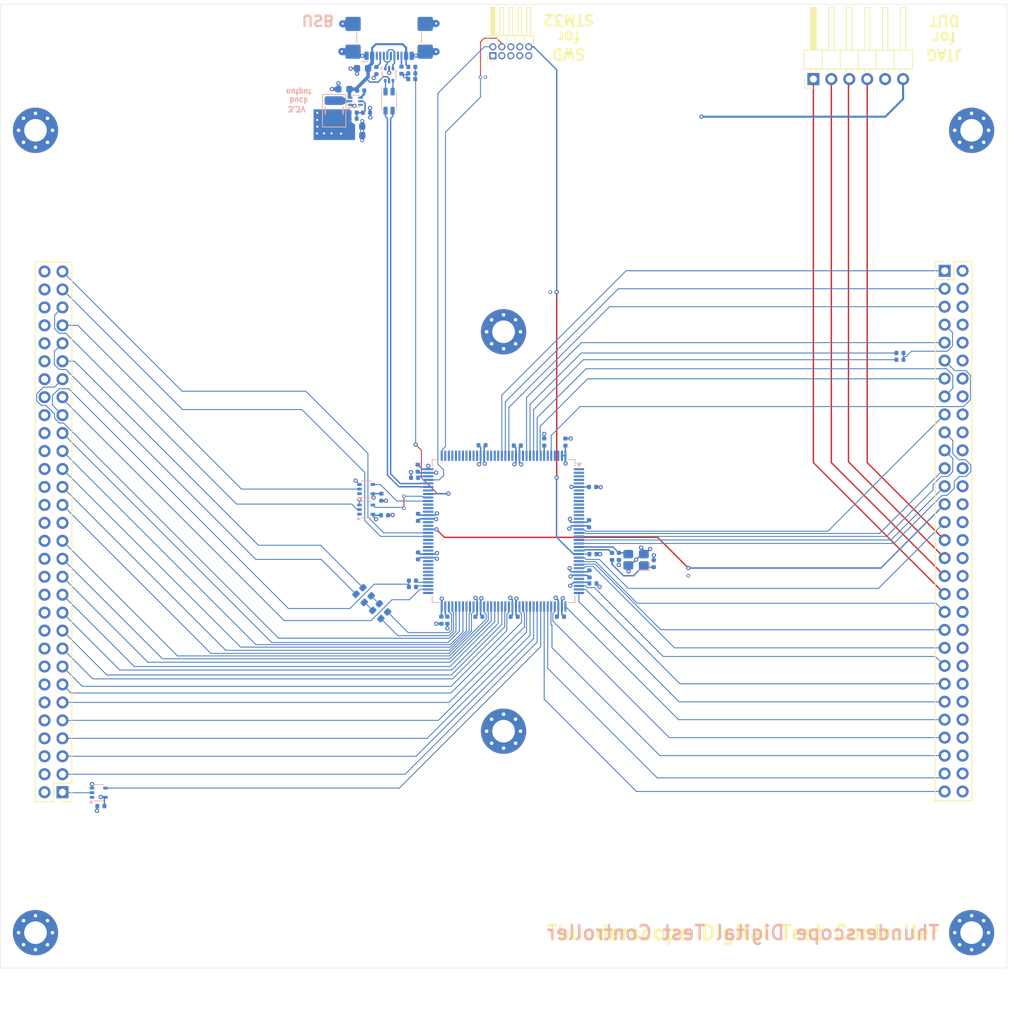
<source format=kicad_pcb>
(kicad_pcb (version 20241229) (generator "pcbnew") (generator_version "9.0")
  (layers (0 "F.Cu" signal) (4 "In1.Cu" signal) (6 "In2.Cu" signal) (2 "B.Cu" signal) (13 "F.Paste" user) (15 "B.Paste" user) (5 "F.SilkS" user "F.Silkscreen") (7 "B.SilkS" user "B.Silkscreen") (1 "F.Mask" user) (3 "B.Mask" user) (25 "Edge.Cuts" user))
  (net 0 "")
  (net 1 "GND")
  (net 3 "Net-(J9-CC1)")
  (net 4 "Net-(J9-CC2)")
  (net 6 "+3.3V")
  (net 14 "SWCLK")
  (net 24 "~{RESET}")
  (net 32 "Net-(U3-PB4)")
  (net 41 "Net-(U3-PB5)")
  (net 51 "Net-(U3-PB14)")
  (net 54 "Net-(U3-PB15)")
  (net 60 "SWDIO")
  (net 65 "Net-(U3-PA8)")
  (net 66 "/TERM_4_R")
  (net 67 "/PGA_CSn_2_R")
  (net 68 "/TERM_3_R")
  (net 69 "/TRIM_SCL_5V_R")
  (net 70 "/DC_CPL_4_R")
  (net 71 "/PGA_CSn_3_R")
  (net 72 "/PGA_SDIO_R")
  (net 73 "/LED_G_R")
  (net 74 "/TRIM_SDA_5V_R")
  (net 75 "/DC_CPL_2_R")
  (net 76 "/PGA_CSn_1_R")
  (net 77 "/DC_CPL_1_R")
  (net 78 "/PGA_CSn_4_R")
  (net 79 "/FE_EN_R")
  (net 80 "/PGA_SCLK_R")
  (net 81 "/DC_CPL_3_R")
  (net 82 "/ATTEN_1_R")
  (net 83 "/TERM_1_R")
  (net 84 "/LED_B_R")
  (net 85 "/TRIM_SDA_R")
  (net 86 "/FE_PG_R")
  (net 87 "/ATTEN_2_R")
  (net 88 "/LED_R_R")
  (net 89 "/COMP_R")
  (net 90 "/ATTEN_4_R")
  (net 91 "/VUSB_PG_5V_R")
  (net 92 "/ATTEN_3_R")
  (net 93 "/TERM_2_R")
  (net 94 "/TRIM_SCL_R")
  (net 95 "/PG_1V0_R")
  (net 96 "/SYNC_DE_R")
  (net 97 "/TDI_R")
  (net 98 "/TDO_R")
  (net 99 "/FPGA_EN_R")
  (net 100 "/PLL_RSTn_R")
  (net 101 "/QSPI_DQ0_R")
  (net 102 "/CLK25_R")
  (net 103 "/PLL_SDA_R")
  (net 104 "/QSPI_DQ1_R")
  (net 105 "/PERST#_R")
  (net 106 "/HWID2_R")
  (net 107 "/HWID0_R")
  (net 108 "/PG_1V8_R")
  (net 109 "/ADC_SCLK_R")
  (net 110 "/TCK_R")
  (net 111 "/QSPI_DQ3_R")
  (net 112 "/PLL_SCL_R")
  (net 113 "/DONE_R")
  (net 114 "/ADC_CSn_R")
  (net 115 "/QSPI_CLK_R")
  (net 116 "/ADC_SDATA_R")
  (net 117 "/HWID1_R")
  (net 118 "/VARIANT_R")
  (net 119 "/QSPI_DQ2_R")
  (net 120 "/ACQ_EN_R")
  (net 121 "/TMS_R")
  (net 122 "/SYNC_REn_R")
  (net 123 "/QSPI_CS_R")
  (net 124 "/ACQ_PG_R")
  (net 125 "Net-(U3-BOOT0)")
  (net 126 "/OSC_OUT")
  (net 127 "/OSC_IN")
  (net 128 "Net-(U3-PH1)")
  (net 131 "Net-(C18-Pad1)")
  (net 132 "Net-(C19-Pad1)")
  (net 133 "/VUSB_PG_3V3_R")
  (net 134 "Net-(U3-PB10)")
  (net 135 "Net-(U3-PB11)")
  (net 136 "Net-(R14-Pad2)")
  (net 137 "Net-(R15-Pad2)")
  (net 138 "Net-(U8-FB)")
  (net 139 "+VUSB")
  (net 140 "Net-(U8-EN)")
  (net 141 "Net-(U3-PC9)")
  (net 145 "Net-(U8-SW)")
  (net 147 "/VBUS_detect")
  (net 148 "/D+")
  (net 149 "/D-")
  (net 150 "/In_D-")
  (net 151 "/In_D+")
  (net 152 "filtered_D+")
  (net 153 "filtered_D-")
  (footprint "MountingHole:MountingHole_3.2mm_M3_Pad_Via" (layer "F.Cu") (at 225.65 14.15)
    (property "Reference" "H6" (hide yes))
    (property "Value" "MountingHole_Pad" (hide yes))
  )
  (footprint "MountingHole:MountingHole_3.2mm_M3_Pad_Via" (layer "F.Cu") (at 93.15 14.15)
    (property "Reference" "H1" (hide yes))
    (property "Value" "MountingHole_Pad" (hide yes))
  )
  (footprint "Connector_PinHeader_1.27mm:PinHeader_2x05_P1.27mm_Horizontal" (layer "F.Cu") (at 157.885 3.6 90)
    (property "Reference" "J3" (hide yes))
    (property "Value" "Conn_ARM_JTAG_SWD_10" (hide yes))
  )
  (footprint "MountingHole:MountingHole_3.2mm_M3_Pad_Via" (layer "F.Cu") (at 159.4 99.15)
    (property "Reference" "H5" (hide yes))
    (property "Value" "MountingHole_Pad" (hide yes))
  )
  (footprint "MountingHole:MountingHole_3.2mm_M3_Pad_Via" (layer "F.Cu") (at 93.15 127.65)
    (property "Reference" "H2" (hide yes))
    (property "Value" "MountingHole_Pad" (hide yes))
  )
  (footprint "Connector_PinHeader_2.54mm:PinHeader_1x06_P2.54mm_Horizontal" (layer "F.Cu") (at 203.25 6.9 90)
    (property "Reference" "U2" (hide yes))
    (property "Value" "JTAG-HS2-Header" (hide yes))
  )
  (footprint "MountingHole:MountingHole_3.2mm_M3_Pad_Via" (layer "F.Cu") (at 159.4 42.65)
    (property "Reference" "H3" (hide yes))
    (property "Value" "MountingHole_Pad" (hide yes))
  )
  (footprint "Connector_PinHeader_2.54mm:PinHeader_2x30_P2.54mm_Vertical" (layer "F.Cu") (at 96.97 107.78 180)
    (property "Reference" "J1" (hide yes))
    (property "Value" "Conn_02x30_Odd_Even" (hide yes))
  )
  (footprint "Connector_PinHeader_2.54mm:PinHeader_2x30_P2.54mm_Vertical" (layer "F.Cu") (at 221.83 34.02)
    (property "Reference" "J2" (hide yes))
    (property "Value" "Conn_02x30_Odd_Even" (hide yes))
  )
  (footprint "MountingHole:MountingHole_3.2mm_M3_Pad_Via" (layer "F.Cu") (at 225.65 127.65)
    (property "Reference" "H4" (hide yes))
    (property "Value" "MountingHole_Pad" (hide yes))
  )
  (footprint "PCM_JLCPCB:C_0402" (layer "B.Cu") (at 160.9 82.95)
    (property "Reference" "C3" (hide yes))
    (property "Value" "1uF" (hide yes))
  )
  (footprint "PCM_JLCPCB:R_0603" (layer "B.Cu") (at 142.4 81.7 135)
    (property "Reference" "R15" (hide yes))
    (property "Value" "0Ω" (hide yes))
  )
  (footprint "PCM_JLCPCB:C_0402" (layer "B.Cu") (at 147.25 61.95 -90)
    (property "Reference" "C16" (hide yes))
    (property "Value" "1uF" (hide yes))
  )
  (footprint "PCM_JLCPCB:R_0603" (layer "B.Cu") (at 140.079828 79.429828 135)
    (property "Reference" "R17" (hide yes))
    (property "Value" "0Ω" (hide yes))
  )
  (footprint "PCM_JLCPCB:C_0402" (layer "B.Cu") (at 171.5 69.8 90)
    (property "Reference" "C2" (hide yes))
    (property "Value" "1uF" (hide yes))
  )
  (footprint "PCM_JLCPCB:C_0603" (layer "B.Cu") (at 138.62 14.88)
    (property "Reference" "C26" (hide yes))
    (property "Value" "10uF" (hide yes))
  )
  (footprint "PCM_JLCPCB:C_0402" (layer "B.Cu") (at 146.4 6.9 180)
    (property "Reference" "C21" (hide yes))
    (property "Value" "1uF" (hide yes))
  )
  (footprint "PCM_JLCPCB:R_0402" (layer "B.Cu") (at 174.75 74.425 90)
    (property "Reference" "R6" (hide yes))
    (property "Value" "0Ω" (hide yes))
  )
  (footprint "PCM_JLCPCB:C_0402" (layer "B.Cu") (at 151.45 83.45 -90)
    (property "Reference" "C19" (hide yes))
    (property "Value" "2.2uF" (hide yes))
  )
  (footprint "PCM_JLCPCB:C_0402" (layer "B.Cu") (at 172 64.6)
    (property "Reference" "C9" (hide yes))
    (property "Value" "1uF" (hide yes))
  )
  (footprint "Package_TO_SOT_SMD:SOT-353_SC-70-5" (layer "B.Cu") (at 139.95 64.9)
    (property "Reference" "U5" (hide yes))
    (property "Value" "SN74LV1T34DCK" (hide yes))
  )
  (footprint "Thunderscope_Rev5.1:TI_SOT563_DRL0006A" (layer "B.Cu") (at 138.42 10.03625)
    (property "Reference" "U8" (hide yes))
    (property "Value" "TPS62A02" (hide yes))
  )
  (footprint "PCM_JLCPCB:C_0402" (layer "B.Cu") (at 146.8 63.3 180)
    (property "Reference" "C18" (hide yes))
    (property "Value" "2.2uF" (hide yes))
  )
  (footprint "PCM_JLCPCB:C_0402" (layer "B.Cu") (at 147.3 68.9 -90)
    (property "Reference" "C5" (hide yes))
    (property "Value" "1uF" (hide yes))
  )
  (footprint "PCM_JLCPCB:C_0402" (layer "B.Cu") (at 155.9 82.95)
    (property "Reference" "C11" (hide yes))
    (property "Value" "1uF" (hide yes))
  )
  (footprint "PCM_JLCPCB:C_0402" (layer "B.Cu") (at 142.55 68.6)
    (property "Reference" "C23" (hide yes))
    (property "Value" "1uF" (hide yes))
  )
  (footprint "PCM_JLCPCB:C_0402" (layer "B.Cu") (at 147.3 74.35 -90)
    (property "Reference" "C6" (hide yes))
    (property "Value" "1uF" (hide yes))
  )
  (footprint "Package_TO_SOT_SMD:SOT-353_SC-70-5" (layer "B.Cu") (at 102.1 107.85)
    (property "Reference" "U6" (hide yes))
    (property "Value" "SN74LV1T34DCK" (hide yes))
  )
  (footprint "PCM_JLCPCB:R_0402" (layer "B.Cu") (at 144.95 5.645 -90)
    (property "Reference" "R1" (hide yes))
    (property "Value" "5.1kΩ" (hide yes))
  )
  (footprint "PCM_JLCPCB:C_0402" (layer "B.Cu") (at 180.65 75.45 90)
    (property "Reference" "C10" (hide yes))
    (property "Value" "20pF" (hide yes))
  )
  (footprint "PCM_JLCPCB:R_0402" (layer "B.Cu") (at 146.41 5.18)
    (property "Reference" "R36" (hide yes))
    (property "Value" "4.7kΩ" (hide yes))
  )
  (footprint "PCM_JLCPCB:C_0402" (layer "B.Cu") (at 171.55 76.9 -90)
    (property "Reference" "C4" (hide yes))
    (property "Value" "1uF" (hide yes))
  )
  (footprint "PCM_JLCPCB:C_0402" (layer "B.Cu") (at 142.1 66.05 -90)
    (property "Reference" "C24" (hide yes))
    (property "Value" "1uF" (hide yes))
  )
  (footprint "Thunderscope_Rev5.1:GEN_L_1210" (layer "B.Cu") (at 135.42 11.385 -90)
    (property "Reference" "L5" (hide yes))
    (property "Value" "1uH" (hide yes))
  )
  (footprint "PCM_JLCPCB:R_0402" (layer "B.Cu") (at 141.4 5.695 -90)
    (property "Reference" "R2" (hide yes))
    (property "Value" "5.1kΩ" (hide yes))
  )
  (footprint "PCM_JLCPCB:R_0603" (layer "B.Cu") (at 139.1 80.35 135)
    (property "Reference" "R16" (hide yes))
    (property "Value" "0Ω" (hide yes))
  )
  (footprint "Package_TO_SOT_SMD:SOT-353_SC-70-5" (layer "B.Cu") (at 139.95 67.8)
    (property "Reference" "U4" (hide yes))
    (property "Value" "SN74LV1T34DCK" (hide yes))
  )
  (footprint "User:USB_C_Receptacle_GCT_USB4110" (layer "B.Cu") (at 143.2 -0.08)
    (property "Reference" "J9" (hide yes))
    (property "Value" "USB_C_Receptacle_USB2.0_14P" (hide yes))
  )
  (footprint "PCM_JLCPCB:C_0603" (layer "B.Cu") (at 139.44 5.39 180)
    (property "Reference" "C28" (hide yes))
    (property "Value" "10uF" (hide yes))
  )
  (footprint "PCM_JLCPCB:R_0402" (layer "B.Cu") (at 140 11.65)
    (property "Reference" "R19" (hide yes))
    (property "Value" "20kΩ" (hide yes))
  )
  (footprint "PCM_JLCPCB:C_0402" (layer "B.Cu") (at 102.4 109.75 180)
    (property "Reference" "C14" (hide yes))
    (property "Value" "1uF" (hide yes))
  )
  (footprint "PCM_JLCPCB:C_0402" (layer "B.Cu") (at 172.05 78.25)
    (property "Reference" "C17" (hide yes))
    (property "Value" "1uF" (hide yes))
  )
  (footprint "PCM_JLCPCB:C_0402" (layer "B.Cu") (at 138.11 12.5)
    (property "Reference" "C12" (hide yes))
    (property "Value" "100pF" (hide yes))
  )
  (footprint "PCM_JLCPCB:R_0402" (layer "B.Cu") (at 146.42 6.1 180)
    (property "Reference" "R39" (hide yes))
    (property "Value" "10kΩ" (hide yes))
  )
  (footprint "Inductor_SMD:L_CommonMode_Wurth_WE-CNSW-1206" (layer "B.Cu") (at 143.19 10.02 -90)
    (property "Reference" "L1" (hide yes))
    (property "Value" "Choke_Wurth_WE-CNSW_744232090" (hide yes))
  )
  (footprint "PCM_JLCPCB:C_0402" (layer "B.Cu") (at 156.35 58.7 180)
    (property "Reference" "C1" (hide yes))
    (property "Value" "1uF" (hide yes))
  )
  (footprint "PCM_JLCPCB:C_0402" (layer "B.Cu") (at 167.45 82.95)
    (property "Reference" "C20" (hide yes))
    (property "Value" "1uF" (hide yes))
  )
  (footprint "PCM_JLCPCB:C_0402" (layer "B.Cu") (at 168.15 58.25 90)
    (property "Reference" "C22" (hide yes))
    (property "Value" "1uF" (hide yes))
  )
  (footprint "Package_TO_SOT_SMD:SOT-666" (layer "B.Cu") (at 143.1975 6.270326 -90)
    (property "Reference" "U12" (hide yes))
    (property "Value" "USBLC6-2P6" (hide yes))
  )
  (footprint "PCM_JLCPCB:R_0402" (layer "B.Cu") (at 146.5 78.75 180)
    (property "Reference" "R9" (hide yes))
    (property "Value" "0Ω" (hide yes))
  )
  (footprint "PCM_JLCPCB:R_0402" (layer "B.Cu") (at 138.11 11.64)
    (property "Reference" "R55" (hide yes))
    (property "Value" "90.9k" (hide yes))
  )
  (footprint "PCM_JLCPCB:C_0402" (layer "B.Cu") (at 172.05 74.1 180)
    (property "Reference" "C8" (hide yes))
    (property "Value" "100nF" (hide yes))
  )
  (footprint "PCM_JLCPCB:R_0402" (layer "B.Cu") (at 146.5 77.85 180)
    (property "Reference" "R10" (hide yes))
    (property "Value" "0Ω" (hide yes))
  )
  (footprint "PCM_JLCPCB:R_0402" (layer "B.Cu") (at 165.15 58.25 -90)
    (property "Reference" "R5" (hide yes))
    (property "Value" "0Ω" (hide yes))
  )
  (footprint "PCM_JLCPCB:R_0402" (layer "B.Cu") (at 215.5 45.65)
    (property "Reference" "R7" (hide yes))
    (property "Value" "0Ω" (hide yes))
  )
  (footprint "Package_QFP:LQFP-144_20x20mm_P0.5mm" (layer "B.Cu") (at 159.4 70.845 180)
    (property "Reference" "U3" (hide yes))
    (property "Value" "STM32H743ZGT6" (hide yes))
  )
  (footprint "PCM_JLCPCB:CRYSTAL-SMD_4P-L3.2-W2.5-BL" (layer "B.Cu") (at 178.15 74.9 180)
    (property "Reference" "X1" (hide yes))
    (property "Value" "X322512MSB4SI" (hide yes))
  )
  (footprint "PCM_JLCPCB:C_0402" (layer "B.Cu") (at 161.35 58.75 180)
    (property "Reference" "C7" (hide yes))
    (property "Value" "1uF" (hide yes))
  )
  (footprint "PCM_JLCPCB:R_0402" (layer "B.Cu") (at 139.18 8.53 180)
    (property "Reference" "R20" (hide yes))
    (property "Value" "10kΩ" (hide yes))
  )
  (footprint "PCM_JLCPCB:R_0402" (layer "B.Cu") (at 215.5 46.6)
    (property "Reference" "R8" (hide yes))
    (property "Value" "0Ω" (hide yes))
  )
  (footprint "PCM_JLCPCB:C_0402" (layer "B.Cu") (at 175.725 74.425 -90)
    (property "Reference" "C13" (hide yes))
    (property "Value" "20pF" (hide yes))
  )
  (footprint "PCM_JLCPCB:C_0603" (layer "B.Cu") (at 136.8 8.33 180)
    (property "Reference" "C29" (hide yes))
    (property "Value" "10uF" (hide yes))
  )
  (footprint "PCM_JLCPCB:C_0402" (layer "B.Cu") (at 150.6 83.45 -90)
    (property "Reference" "C15" (hide yes))
    (property "Value" "1uF" (hide yes))
  )
  (footprint "PCM_JLCPCB:R_0603" (layer "B.Cu") (at 141.45 82.65 135)
    (property "Reference" "R14" (hide yes))
    (property "Value" "0Ω" (hide yes))
  )
  (footprint "PCM_JLCPCB:C_0603" (layer "B.Cu") (at 138.62 13.6)
    (property "Reference" "C27" (hide yes))
    (property "Value" "10uF" (hide yes))
  )
  (gr_rect (start 88.15 -3.7) (end 230.65 132.65) (stroke (width 0.05)) (fill no) (layer "Edge.Cuts"))
  (gr_text "Thunderscope Digital Test Controller\n" (at 193.225 128.85 0) (layer "F.SilkS") (effects (font (size 2 2) (thickness 0.35) (bold yes)) (justify bottom)))
  (gr_text "SWD\nfor\nSTM32" (at 168.625 -2.35 180) (layer "F.SilkS") (effects (font (size 1.5 1.5) (thickness 0.3) (bold yes)) (justify bottom)))
  (gr_text "JTAG\nfor\nDUT\n" (at 221.8 -2.25 180) (layer "F.SilkS") (effects (font (size 1.5 1.5) (thickness 0.3) (bold yes)) (justify bottom)))
  (gr_text "Thunderscope Digital Test Controller\n" (at 193.3 128.825 0) (layer "B.SilkS") (effects (font (size 2 2) (thickness 0.35) (bold yes)) (justify bottom mirror)))
  (gr_text "USB" (at 133.125 -2.275 180) (layer "B.SilkS") (effects (font (size 1.5 1.5) (thickness 0.3) (bold yes)) (justify bottom mirror)))
  (gr_text "3.3V \nbuck\noutput\n" (at 130.4 8.275 180) (layer "B.SilkS") (effects (font (size 0.75 0.75) (thickness 0.1875) (bold yes)) (justify bottom mirror)))
  (via (at 180.675 74.275) (size 0.6) (drill 0.3) (layers "F.Cu" "B.Cu") (net 1))
  (via (at 173.05 74.1) (size 0.6) (drill 0.3) (layers "F.Cu" "B.Cu") (net 1))
  (via (at 155.922245 61.386586) (size 0.6) (drill 0.3) (layers "F.Cu" "B.Cu") (net 1))
  (via (at 149.85 3.03) (size 0.6) (drill 0.3) (layers "F.Cu" "B.Cu") (net 1))
  (via (at 167.781286 80.350009) (size 0.6) (drill 0.3) (layers "F.Cu" "B.Cu") (net 1))
  (via (at 136.5 2.98) (size 0.6) (drill 0.3) (layers "F.Cu" "B.Cu") (net 1))
  (via (at 101.15 106.65) (size 0.6) (drill 0.3) (layers "F.Cu" "B.Cu") (net 1))
  (via (at 138.66 6.15) (size 0.6) (drill 0.3) (layers "F.Cu" "B.Cu") (net 1))
  (via (at 139.38 14.23) (size 0.5) (drill 0.3) (layers "F.Cu" "B.Cu") (net 1))
  (via (at 175.7 75.625) (size 0.6) (drill 0.3) (layers "F.Cu" "B.Cu") (net 1))
  (via (at 145.47 6.5) (size 0.6) (drill 0.3) (layers "F.Cu" "B.Cu") (net 1))
  (via (at 173 78.725) (size 0.6) (drill 0.3) (layers "F.Cu" "B.Cu") (net 1))
  (via (at 143.7 68.55) (size 0.6) (drill 0.3) (layers "F.Cu" "B.Cu") (net 1))
  (via (at 136.03 7.5) (size 0.6) (drill 0.3) (layers "F.Cu" "B.Cu") (net 1))
  (via (at 136.62 -0.93) (size 0.6) (drill 0.3) (layers "F.Cu" "B.Cu") (net 1))
  (via (at 177.1 76.55) (size 0.6) (drill 0.3) (layers "F.Cu" "B.Cu") (net 1))
  (via (at 161.229808 80.384419) (size 0.6) (drill 0.3) (layers "F.Cu" "B.Cu") (net 1))
  (via (at 149.9 83.95) (size 0.6) (drill 0.3) (layers "F.Cu" "B.Cu") (net 1))
  (via (at 168.8 69.125) (size 0.6) (drill 0.3) (layers "F.Cu" "B.Cu") (net 1))
  (via (at 143.2 6.02) (size 0.6) (drill 0.3) (layers "F.Cu" "B.Cu") (net 1))
  (via (at 151.45 84.6) (size 0.6) (drill 0.3) (layers "F.Cu" "B.Cu") (net 1))
  (via (at 149.963255 74.749926) (size 0.6) (drill 0.3) (layers "F.Cu" "B.Cu") (net 1))
  (via (at 173.15 64.625) (size 0.6) (drill 0.3) (layers "F.Cu" "B.Cu") (net 1))
  (via (at 139.39 15.58) (size 0.5) (drill 0.3) (layers "F.Cu" "B.Cu") (net 1))
  (via (at 142.75 66.55) (size 0.6) (drill 0.3) (layers "F.Cu" "B.Cu") (net 1))
  (via (at 140.51 11) (size 0.6) (drill 0.3) (layers "F.Cu" "B.Cu") (net 1))
  (via (at 139 66.4) (size 0.6) (drill 0.3) (layers "F.Cu" "B.Cu") (net 1))
  (via (at 156.25 80.35) (size 0.6) (drill 0.3) (layers "F.Cu" "B.Cu") (net 1))
  (via (at 146.3 62.5) (size 0.6) (drill 0.3) (layers "F.Cu" "B.Cu") (net 1))
  (via (at 138.45 63.7) (size 0.6) (drill 0.3) (layers "F.Cu" "B.Cu") (net 1))
  (via (at 168.879765 77.271941) (size 0.6) (drill 0.3) (layers "F.Cu" "B.Cu") (net 1))
  (via (at 140.54 12.32) (size 0.6) (drill 0.3) (layers "F.Cu" "B.Cu") (net 1))
  (via (at 178.15 74.89) (size 0.6) (drill 0.3) (layers "F.Cu" "B.Cu") (net 1))
  (via (at 180.15 73.375) (size 0.6) (drill 0.3) (layers "F.Cu" "B.Cu") (net 1))
  (via (at 139.4 3.62) (size 0.6) (drill 0.3) (layers "F.Cu" "B.Cu") (net 1))
  (via (at 160.94 61.39) (size 0.6) (drill 0.3) (layers "F.Cu" "B.Cu") (net 1))
  (via (at 149.85 62.575) (size 0.6) (drill 0.3) (layers "F.Cu" "B.Cu") (net 1))
  (via (at 166 37.05) (size 0.5) (drill 0.3) (layers "F.Cu" "B.Cu") (net 1))
  (via (at 141.01 6.73) (size 0.6) (drill 0.3) (layers "F.Cu" "B.Cu") (net 1))
  (via (at 156.834709 6.619719) (size 0.5) (drill 0.3) (layers "F.Cu" "B.Cu") (net 1))
  (via (at 178.87 73.17) (size 0.6) (drill 0.3) (layers "F.Cu" "B.Cu") (net 1))
  (via (at 146.99 3.59) (size 0.6) (drill 0.3) (layers "F.Cu" "B.Cu") (net 1))
  (via (at 149.86 -0.96) (size 0.6) (drill 0.3) (layers "F.Cu" "B.Cu") (net 1))
  (via (at 137.76 5.42) (size 0.6) (drill 0.3) (layers "F.Cu" "B.Cu") (net 1))
  (via (at 168.9 57.75) (size 0.6) (drill 0.3) (layers "F.Cu" "B.Cu") (net 1))
  (via (at 149.858229 69.171552) (size 0.6) (drill 0.3) (layers "F.Cu" "B.Cu") (net 1))
  (via (at 138.29 10.69) (size 0.6) (drill 0.3) (layers "F.Cu" "B.Cu") (net 1))
  (via (at 101.85 110.4) (size 0.6) (drill 0.3) (layers "F.Cu" "B.Cu") (net 1))
  (via (at 185.55 77.15) (size 0.5) (drill 0.3) (layers "F.Cu" "B.Cu") (net 1))
  (via (at 139.4 12.84) (size 0.5) (drill 0.3) (layers "F.Cu" "B.Cu") (net 1))
  (via (at 165.15 57.1) (size 0.6) (drill 0.3) (layers "F.Cu" "B.Cu") (net 1))
  (via (at 135.11 8.32) (size 0.6) (drill 0.3) (layers "F.Cu" "B.Cu") (net 1))
  (segment (start 179.425 74.1) (end 180.15 73.375) (width 0.2) (layer "B.Cu") (net 1))
  (segment (start 147.25 62.45) (end 147.395 62.595) (width 0.2) (layer "B.Cu") (net 1))
  (segment (start 179.25 73.55) (end 178.87 73.17) (width 0.2) (layer "B.Cu") (net 1))
  (segment (start 161.15 59.05) (end 161.15 60.1825) (width 0.2) (layer "B.Cu") (net 1))
  (segment (start 151.45 83.95) (end 151.45 84.6) (width 0.2) (layer "B.Cu") (net 1))
  (segment (start 180.65 74.3) (end 180.675 74.275) (width 0.2) (layer "B.Cu") (net 1))
  (segment (start 171.55 77.4) (end 171.245 77.095) (width 0.2) (layer "B.Cu") (net 1))
  (segment (start 138.45 63.7) (end 139 64.25) (width 0.127) (layer "B.Cu") (net 1))
  (segment (start 169.056706 77.095) (end 168.879765 77.271941) (width 0.2) (layer "B.Cu") (net 1))
  (segment (start 149.666766 62.575) (end 149.646766 62.595) (width 0.2) (layer "B.Cu") (net 1))
  (segment (start 145.92 6.1) (end 145.87 6.1) (width 0.2) (layer "B.Cu") (net 1))
  (segment (start 148.315 -0.905) (end 148.31 -0.905) (width 1) (layer "B.Cu") (net 1))
  (segment (start 136.02 8.33) (end 135.12 8.33) (width 0.5) (layer "B.Cu") (net 1))
  (segment (start 149.845 3.025) (end 149.85 3.03) (width 1) (layer "B.Cu") (net 1))
  (segment (start 177.05 75.7) (end 177.05 76.5) (width 0.2) (layer "B.Cu") (net 1))
  (segment (start 136.02 7.51) (end 136.03 7.5) (width 0.2) (layer "B.Cu") (net 1))
  (segment (start 143.1975 6.0175) (end 143.2 6.02) (width 0.2) (layer "B.Cu") (net 1))
  (segment (start 148.31 3.025) (end 149.845 3.025) (width 1) (layer "B.Cu") (net 1))
  (segment (start 172.55 78.25) (end 172.55 78.275) (width 0.2) (layer "B.Cu") (net 1))
  (segment (start 139.4 3.62) (end 139.98 3.62) (width 0.3) (layer "B.Cu") (net 1))
  (segment (start 175.725 75.6) (end 175.7 75.625) (width 0.127) (layer "B.Cu") (net 1))
  (segment (start 142.1 66.55) (end 142.75 66.55) (width 0.2) (layer "B.Cu") (net 1))
  (segment (start 168.15 57.75) (end 168.9 57.75) (width 0.2) (layer "B.Cu") (net 1))
  (segment (start 156.15 60.1825) (end 156.15 61.158831) (width 0.2) (layer "B.Cu") (net 1))
  (segment (start 149.646766 62.595) (end 148.7375 62.595) (width 0.2) (layer "B.Cu") (net 1))
  (segment (start 143.1975 5.345326) (end 143.1975 6.0175) (width 0.2) (layer "B.Cu") (net 1))
  (segment (start 138 10.69) (end 137.84625 10.53625) (width 0.3) (layer "B.Cu") (net 1))
  (segment (start 140.5 11.65) (end 140.5 11.01) (width 0.2) (layer "B.Cu") (net 1))
  (segment (start 149.85 62.575) (end 149.666766 62.575) (width 0.2) (layer "B.Cu") (net 1))
  (segment (start 148.37 -0.96) (end 148.315 -0.905) (width 1) (layer "B.Cu") (net 1))
  (segment (start 147.395 62.595) (end 148.7375 62.595) (width 0.2) (layer "B.Cu") (net 1))
  (segment (start 149.808329 74.595) (end 148.7375 74.595) (width 0.2) (layer "B.Cu") (net 1))
  (segment (start 161.4 82.95) (end 161.15 82.7) (width 0.2) (layer "B.Cu") (net 1))
  (segment (start 137.79 5.39) (end 137.76 5.42) (width 0.3) (layer "B.Cu") (net 1))
  (segment (start 156.25 80.35) (end 156.15 80.45) (width 0.2) (layer "B.Cu") (net 1))
  (segment (start 178.94 74.1) (end 178.15 74.89) (width 0.2) (layer "B.Cu") (net 1))
  (segment (start 171.205 69.595) (end 170.0625 69.595) (width 0.2) (layer "B.Cu") (net 1))
  (segment (start 141.4 6.29) (end 141.4 6.195) (width 0.2) (layer "B.Cu") (net 1))
  (segment (start 161.15 81.5075) (end 161.15 80.464227) (width 0.2) (layer "B.Cu") (net 1))
  (segment (start 150.6 83.95) (end 149.9 83.95) (width 0.2) (layer "B.Cu") (net 1))
  (segment (start 140.5 11.01) (end 140.51 11) (width 0.2) (layer "B.Cu") (net 1))
  (segment (start 172.55 78.275) (end 173 78.725) (width 0.2) (layer "B.Cu") (net 1))
  (segment (start 136.645 -0.905) (end 136.62 -0.93) (width 1) (layer "B.Cu") (net 1))
  (segment (start 177.05 75.7) (end 177.34 75.7) (width 0.2) (layer "B.Cu") (net 1))
  (segment (start 145.87 6.9) (end 145.47 6.5) (width 0.2) (layer "B.Cu") (net 1))
  (segment (start 139.41 13.59) (end 139.4 13.6) (width 0.5) (layer "B.Cu") (net 1))
  (segment (start 160.85 58.75) (end 161.15 59.05) (width 0.2) (layer "B.Cu") (net 1))
  (segment (start 145.9 6.9) (end 145.87 6.9) (width 0.2) (layer "B.Cu") (net 1))
  (segment (start 168.8 69.125) (end 168.8 69.45) (width 0.2) (layer "B.Cu") (net 1))
  (segment (start 140.54 12.32) (end 140.54 12.25) (width 0.2) (layer "B.Cu") (net 1))
  (segment (start 149.86 -0.96) (end 148.37 -0.96) (width 1) (layer "B.Cu") (net 1))
  (segment (start 149.781677 69.095) (end 149.858229 69.171552) (width 0.2) (layer "B.Cu") (net 1))
  (segment (start 137.84625 10.53625) (end 137.68 10.53625) (width 0.3) (layer "B.Cu") (net 1))
  (segment (start 179.25 74.1) (end 178.94 74.1) (width 0.2) (layer "B.Cu") (net 1))
  (segment (start 170.0625 77.095) (end 169.056706 77.095) (width 0.2) (layer "B.Cu") (net 1))
  (segment (start 167.65 82.65) (end 167.65 81.5075) (width 0.2) (layer "B.Cu") (net 1))
  (segment (start 145.115 6.145) (end 144.95 6.145) (width 0.2) (layer "B.Cu") (net 1))
  (segment (start 172.55 74.1) (end 173.05 74.1) (width 0.127) (layer "B.Cu") (net 1))
  (segment (start 143.05 68.6) (end 143.65 68.6) (width 0.2) (layer "B.Cu") (net 1))
  (segment (start 101.9 110.35) (end 101.85 110.4) (width 0.2) (layer "B.Cu") (net 1))
  (segment (start 140.54 12.25) (end 140.5 12.21) (width 0.2) (layer "B.Cu") (net 1))
  (segment (start 101.15 107.2) (end 101.15 106.65) (width 0.2) (layer "B.Cu") (net 1))
  (segment (start 139.98 3.62) (end 140 3.6) (width 0.3) (layer "B.Cu") (net 1))
  (segment (start 147.605 69.095) (end 148.7375 69.095) (width 0.2) (layer "B.Cu") (net 1))
  (segment (start 160.94 61.39) (end 160.98345 61.39) (width 0.2) (layer "B.Cu") (net 1))
  (segment (start 141.01 6.68) (end 141.4 6.29) (width 0.2) (layer "B.Cu") (net 1))
  (segment (start 156.15 59) (end 155.85 58.7) (width 0.2) (layer "B.Cu") (net 1))
  (segment (start 168.945 69.595) (end 170.0625 69.595) (width 0.2) (layer "B.Cu") (net 1))
  (segment (start 136.545 3.025) (end 136.5 2.98) (width 1) (layer "B.Cu") (net 1))
  (segment (start 148.7375 74.595) (end 147.555 74.595) (width 0.2) (layer "B.Cu") (net 1))
  (segment (start 135.12 8.33) (end 135.11 8.32) (width 0.5) (layer "B.Cu") (net 1))
  (segment (start 171.245 77.095) (end 170.0625 77.095) (width 0.2) (layer "B.Cu") (net 1))
  (segment (start 172.5 64.6) (end 173.125 64.6) (width 0.2) (layer "B.Cu") (net 1))
  (segment (start 160.98345 61.39) (end 161.15 61.22345) (width 0.2) (layer "B.Cu") (net 1))
  (segment (start 145.47 6.5) (end 145.115 6.145) (width 0.2) (layer "B.Cu") (net 1))
  (segment (start 143.65 68.6) (end 143.7 68.55) (width 0.2) (layer "B.Cu") (net 1))
  (segment (start 141.01 6.73) (end 141.01 6.68) (width 0.2) (layer "B.Cu") (net 1))
  (segment (start 147.555 74.595) (end 147.3 74.85) (width 0.2) (layer "B.Cu") (net 1))
  (segment (start 148.7375 69.095) (end 149.781677 69.095) (width 0.2) (layer "B.Cu") (net 1))
  (segment (start 136.02 8.33) (end 136.02 7.51) (width 0.2) (layer "B.Cu") (net 1))
  (segment (start 146.98 3.6) (end 146.99 3.59) (width 0.3) (layer "B.Cu") (net 1))
  (segment (start 156.15 80.45) (end 156.15 81.5075) (width 0.2) (layer "B.Cu") (net 1))
  (segment (start 156.15 61.158831) (end 155.922245 61.386586) (width 0.2) (layer "B.Cu") (net 1))
  (segment (start 167.65 81.5075) (end 167.65 80.481295) (width 0.2) (layer "B.Cu") (net 1))
  (segment (start 179.25 74.1) (end 179.25 73.55) (width 0.2) (layer "B.Cu") (net 1))
  (segment (start 139.4 14.88) (end 139.4 15.58) (width 0.5) (layer "B.Cu") (net 1))
  (segment (start 138.66 5.39) (end 138.66 6.15) (width 0.2) (layer "B.Cu") (net 1))
  (segment (start 165.15 57.75) (end 165.15 57.1) (width 0.2) (layer "B.Cu") (net 1))
  (segment (start 168.8 69.45) (end 168.945 69.595) (width 0.2) (layer "B.Cu") (net 1))
  (segment (start 167.65 80.481295) (end 167.781286 80.350009) (width 0.2) (layer "B.Cu") (net 1))
  (segment (start 146.3 63.3) (end 146.3 62.5) (width 0.2) (layer "B.Cu") (net 1))
  (segment (start 167.95 82.95) (end 167.65 82.65) (width 0.2) (layer "B.Cu") (net 1))
  (segment (start 177.05 76.5) (end 177.1 76.55) (width 0.2) (layer "B.Cu") (net 1))
  (segment (start 156.15 81.5075) (end 156.15 82.7) (width 0.2) (layer "B.Cu") (net 1))
  (segment (start 172.65 78.25) (end 172.55 78.25) (width 0.127) (layer "B.Cu") (net 1))
  (segment (start 161.15 80.464227) (end 161.229808 80.384419) (width 0.2) (layer "B.Cu") (net 1))
  (segment (start 179.25 74.1) (end 179.425 74.1) (width 0.2) (layer "B.Cu") (net 1))
  (segment (start 138.09 -0.905) (end 136.645 -0.905) (width 1) (layer "B.Cu") (net 1))
  (segment (start 149.963255 74.749926) (end 149.808329 74.595) (width 0.2) (layer "B.Cu") (net 1))
  (segment (start 161.15 82.7) (end 161.15 81.5075) (width 0.2) (layer "B.Cu") (net 1))
  (segment (start 145.9 6.7) (end 145.9 6.9) (width 0.2) (layer "B.Cu") (net 1))
  (segment (start 156.15 82.7) (end 156.4 82.95) (width 0.2) (layer "B.Cu") (net 1))
  (segment (start 171.5 69.3) (end 171.205 69.595) (width 0.2) (layer "B.Cu") (net 1))
  (segment (start 139.4 15.58) (end 139.39 15.59) (width 0.5) (layer "B.Cu") (net 1))
  (segment (start 177.34 75.7) (end 178.15 74.89) (width 0.2) (layer "B.Cu") (net 1))
  (segment (start 147.3 69.4) (end 147.605 69.095) (width 0.2) (layer "B.Cu") (net 1))
  (segment (start 161.15 61.22345) (end 161.15 60.1825) (width 0.2) (layer "B.Cu") (net 1))
  (segment (start 180.65 74.95) (end 180.65 74.3) (width 0.2) (layer "B.Cu") (net 1))
  (segment (start 140.5 12.21) (end 140.5 11.65) (width 0.2) (layer "B.Cu") (net 1))
  (segment (start 138.29 10.69) (end 138 10.69) (width 0.3) (layer "B.Cu") (net 1))
  (segment (start 101.9 109.75) (end 101.9 110.35) (width 0.2) (layer "B.Cu") (net 1))
  (segment (start 139.4 13.6) (end 139.4 14.88) (width 0.5) (layer "B.Cu") (net 1))
  (segment (start 145.87 6.1) (end 145.47 6.5) (width 0.2) (layer "B.Cu") (net 1))
  (segment (start 156.15 60.1825) (end 156.15 59) (width 0.2) (layer "B.Cu") (net 1))
  (segment (start 138.66 5.39) (end 137.79 5.39) (width 0.3) (layer "B.Cu") (net 1))
  (segment (start 146.4 3.6) (end 146.98 3.6) (width 0.3) (layer "B.Cu") (net 1))
  (segment (start 139.41 12.8) (end 139.41 13.59) (width 0.5) (layer "B.Cu") (net 1))
  (segment (start 139 67.15) (end 139 66.4) (width 0.127) (layer "B.Cu") (net 1))
  (segment (start 175.725 74.925) (end 175.725 75.6) (width 0.127) (layer "B.Cu") (net 1))
  (segment (start 173.125 64.6) (end 173.15 64.625) (width 0.2) (layer "B.Cu") (net 1))
  (segment (start 138.09 3.025) (end 136.545 3.025) (width 1) (layer "B.Cu") (net 1))
  (segment (start 141.95 3.6) (end 141.95 4.645) (width 0.2) (layer "B.Cu") (net 3))
  (segment (start 141.95 4.645) (end 141.4 5.195) (width 0.2) (layer "B.Cu") (net 3))
  (segment (start 144.95 5.145) (end 144.95 3.6) (width 0.2) (layer "B.Cu") (net 4))
  (via (at 187.41 12.225) (size 0.6) (drill 0.3) (layers "F.Cu" "B.Cu") (net 6))
  (via (at 150.65 80.4) (size 0.6) (drill 0.3) (layers "F.Cu" "B.Cu") (net 6))
  (via (at 148.75 61.625) (size 0.6) (drill 0.3) (layers "F.Cu" "B.Cu") (net 6))
  (via (at 168.175 61.275) (size 0.6) (drill 0.3) (layers "F.Cu" "B.Cu") (net 6))
  (via (at 133.03 12.68) (size 0.6) (drill 0.3) (layers "F.Cu" "B.Cu") (net 6))
  (via (at 149.974294 73.95) (size 0.6) (drill 0.3) (layers "F.Cu" "B.Cu") (net 6))
  (via (at 135.06 14.58) (size 0.6) (drill 0.3) (layers "F.Cu" "B.Cu") (net 6))
  (via (at 166.780357 80.272306) (size 0.6) (drill 0.3) (layers "F.Cu" "B.Cu") (net 6))
  (via (at 141.349265 69.150735) (size 0.6) (drill 0.3) (layers "F.Cu" "B.Cu") (net 6))
  (via (at 134 14.59) (size 0.6) (drill 0.3) (layers "F.Cu" "B.Cu") (net 6))
  (via (at 169.010648 64.595) (size 0.6) (drill 0.3) (layers "F.Cu" "B.Cu") (net 6))
  (via (at 136.4 14.62) (size 0.6) (drill 0.3) (layers "F.Cu" "B.Cu") (net 6))
  (via (at 156.731475 61.30677) (size 0.6) (drill 0.3) (layers "F.Cu" "B.Cu") (net 6))
  (via (at 133 14.59) (size 0.6) (drill 0.3) (layers "F.Cu" "B.Cu") (net 6))
  (via (at 161.9 61.41) (size 0.6) (drill 0.3) (layers "F.Cu" "B.Cu") (net 6))
  (via (at 102.4 108.45) (size 0.6) (drill 0.3) (layers "F.Cu" "B.Cu") (net 6))
  (via (at 141 66.1) (size 0.6) (drill 0.3) (layers "F.Cu" "B.Cu") (net 6))
  (via (at 149.951768 68.335367) (size 0.6) (drill 0.3) (layers "F.Cu" "B.Cu") (net 6))
  (via (at 133.04 13.63) (size 0.6) (drill 0.3) (layers "F.Cu" "B.Cu") (net 6))
  (via (at 155.441324 80.310662) (size 0.6) (drill 0.3) (layers "F.Cu" "B.Cu") (net 6))
  (via (at 168.825 78.571834) (size 0.6) (drill 0.3) (layers "F.Cu" "B.Cu") (net 6))
  (via (at 160.351057 80.283809) (size 0.6) (drill 0.3) (layers "F.Cu" "B.Cu") (net 6))
  (via (at 168.75 76.1) (size 0.6) (drill 0.3) (layers "F.Cu" "B.Cu") (net 6))
  (via (at 133.03 11.69) (size 0.6) (drill 0.3) (layers "F.Cu" "B.Cu") (net 6))
  (via (at 168.7 70.5) (size 0.6) (drill 0.3) (layers "F.Cu" "B.Cu") (net 6))
  (segment (start 171.295 70.095) (end 170.0625 70.095) (width 0.2) (layer "B.Cu") (net 6))
  (segment (start 168.825 78.571834) (end 169.024 78.372834) (width 0.2) (layer "B.Cu") (net 6))
  (segment (start 160.65 82.7) (end 160.65 81.5075) (width 0.2) (layer "B.Cu") (net 6))
  (segment (start 171.5 70.3) (end 171.295 70.095) (width 0.2) (layer "B.Cu") (net 6))
  (segment (start 141.05 68.6) (end 140.9 68.45) (width 0.2) (layer "B.Cu") (net 6))
  (segment (start 161.9 61.41) (end 161.870302 61.41) (width 0.2) (layer "B.Cu") (net 6))
  (segment (start 140.9 65.55) (end 140.9 66) (width 0.2) (layer "B.Cu") (net 6))
  (segment (start 169.242176 78.144) (end 169.252834 78.144) (width 0.2) (layer "B.Cu") (net 6))
  (segment (start 161.85 58.75) (end 161.65 58.95) (width 0.2) (layer "B.Cu") (net 6))
  (segment (start 187.41 12.2) (end 187.41 12.225) (width 0.127) (layer "B.Cu") (net 6))
  (segment (start 171.355 76.595) (end 171.55 76.4) (width 0.2) (layer "B.Cu") (net 6))
  (segment (start 169.024 78.372834) (end 169.024 78.362176) (width 0.2) (layer "B.Cu") (net 6))
  (segment (start 156.65 60.1825) (end 156.65 61.225295) (width 0.2) (layer "B.Cu") (net 6))
  (segment (start 169.301834 78.095) (end 170.0625 78.095) (width 0.2) (layer "B.Cu") (net 6))
  (segment (start 149.974294 74.025706) (end 149.905 74.095) (width 0.127) (layer "B.Cu") (net 6))
  (segment (start 149.829294 74.095) (end 149.974294 73.95) (width 0.2) (layer "B.Cu") (net 6))
  (segment (start 170.0675 64.6) (end 170.0625 64.595) (width 0.2) (layer "B.Cu") (net 6))
  (segment (start 167.15 82.75) (end 167.15 81.5075) (width 0.2) (layer "B.Cu") (net 6))
  (segment (start 140.9 66) (end 141 66.1) (width 0.2) (layer "B.Cu") (net 6))
  (segment (start 169.024 78.362176) (end 169.242176 78.144) (width 0.2) (layer "B.Cu") (net 6))
  (segment (start 171.395 78.095) (end 171.55 78.25) (width 0.2) (layer "B.Cu") (net 6))
  (segment (start 156.85 58.7) (end 156.65 58.9) (width 0.2) (layer "B.Cu") (net 6))
  (segment (start 167.15 80.641949) (end 166.780357 80.272306) (width 0.2) (layer "B.Cu") (net 6))
  (segment (start 147.3 73.85) (end 147.545 74.095) (width 0.2) (layer "B.Cu") (net 6))
  (segment (start 170.0625 78.095) (end 171.395 78.095) (width 0.2) (layer "B.Cu") (net 6))
  (segment (start 161.65 61.189698) (end 161.65 60.1825) (width 0.2) (layer "B.Cu") (net 6))
  (segment (start 102.45 108.5) (end 102.4 108.45) (width 0.2) (layer "B.Cu") (net 6))
  (segment (start 148.7375 68.595) (end 149.692135 68.595) (width 0.2) (layer "B.Cu") (net 6))
  (segment (start 171.5 64.6) (end 170.0675 64.6) (width 0.2) (layer "B.Cu") (net 6))
  (segment (start 155.65 81.5075) (end 155.65 82.7) (width 0.2) (layer "B.Cu") (net 6))
  (segment (start 166.95 82.95) (end 167.15 82.75) (width 0.2) (layer "B.Cu") (net 6))
  (segment (start 155.65 82.7) (end 155.4 82.95) (width 0.2) (layer "B.Cu") (net 6))
  (segment (start 167.65 60.1825) (end 168.15 60.1825) (width 0.2) (layer "B.Cu") (net 6))
  (segment (start 150.6 82.95) (end 150.65 82.9) (width 0.127) (layer "B.Cu") (net 6))
  (segment (start 168.15 61.25) (end 168.175 61.275) (width 0.2) (layer "B.Cu") (net 6))
  (segment (start 147.495 68.595) (end 148.7375 68.595) (width 0.2) (layer "B.Cu") (net 6))
  (segment (start 155.441324 80.310662) (end 155.65 80.519338) (width 0.2) (layer "B.Cu") (net 6))
  (segment (start 168.96664 76.595) (end 170.0625 76.595) (width 0.2) (layer "B.Cu") (net 6))
  (segment (start 187.41 12.225) (end 213.435 12.225) (width 0.3) (layer "B.Cu") (net 6))
  (segment (start 149.974294 73.95) (end 149.974294 74.025706) (width 0.127) (layer "B.Cu") (net 6))
  (segment (start 142.1 65.55) (end 140.9 65.55) (width 0.2) (layer "B.Cu") (net 6))
  (segment (start 149.692135 68.595) (end 149.951768 68.335367) (width 0.2) (layer "B.Cu") (net 6))
  (segment (start 213.435 12.225) (end 215.95 9.71) (width 0.3) (layer "B.Cu") (net 6))
  (segment (start 156.65 58.9) (end 156.65 60.1825) (width 0.2) (layer "B.Cu") (net 6))
  (segment (start 147.3 68.4) (end 147.495 68.595) (width 0.2) (layer "B.Cu") (net 6))
  (segment (start 160.65 80.582752) (end 160.351057 80.283809) (width 0.2) (layer "B.Cu") (net 6))
  (segment (start 168.75 76.37836) (end 168.96664 76.595) (width 0.2) (layer "B.Cu") (net 6))
  (segment (start 148.7375 74.095) (end 149.829294 74.095) (width 0.2) (layer "B.Cu") (net 6))
  (segment (start 168.7 70.45087) (end 169.05587 70.095) (width 0.2) (layer "B.Cu") (net 6))
  (segment (start 168.7 70.5) (end 168.7 70.45087) (width 0.2) (layer "B.Cu") (net 6))
  (segment (start 170.0625 64.595) (end 169.010648 64.595) (width 0.2) (layer "B.Cu") (net 6))
  (segment (start 161.870302 61.41) (end 161.65 61.189698) (width 0.2) (layer "B.Cu") (net 6))
  (segment (start 167.15 81.5075) (end 167.15 80.641949) (width 0.2) (layer "B.Cu") (net 6))
  (segment (start 142.05 68.6) (end 141.05 68.6) (width 0.2) (layer "B.Cu") (net 6))
  (segment (start 168.75 76.1) (end 168.75 76.37836) (width 0.2) (layer "B.Cu") (net 6))
  (segment (start 150.6 81.5575) (end 150.65 81.5075) (width 0.2) (layer "B.Cu") (net 6))
  (segment (start 140.9 68.45) (end 140.9 68.70147) (width 0.2) (layer "B.Cu") (net 6))
  (segment (start 168.15 58.75) (end 168.15 60.1825) (width 0.2) (layer "B.Cu") (net 6))
  (segment (start 102.9 109.75) (end 102.9 108.65) (width 0.2) (layer "B.Cu") (net 6))
  (segment (start 161.65 58.95) (end 161.65 60.1825) (width 0.2) (layer "B.Cu") (net 6))
  (segment (start 170.0625 76.595) (end 171.355 76.595) (width 0.2) (layer "B.Cu") (net 6))
  (segment (start 168.15 60.1825) (end 168.15 61.25) (width 0.2) (layer "B.Cu") (net 6))
  (segment (start 148.75 62.0825) (end 148.7375 62.095) (width 0.2) (layer "B.Cu") (net 6))
  (segment (start 147.895 62.095) (end 147.25 61.45) (width 0.2) (layer "B.Cu") (net 6))
  (segment (start 160.65 81.5075) (end 160.65 80.582752) (width 0.2) (layer "B.Cu") (net 6))
  (segment (start 150.65 81.5075) (end 150.65 80.4) (width 0.2) (layer "B.Cu") (net 6))
  (segment (start 148.75 61.625) (end 148.75 62.0825) (width 0.2) (layer "B.Cu") (net 6))
  (segment (start 169.05587 70.095) (end 170.0625 70.095) (width 0.2) (layer "B.Cu") (net 6))
  (segment (start 160.4 82.95) (end 160.65 82.7) (width 0.2) (layer "B.Cu") (net 6))
  (segment (start 147.545 74.095) (end 148.7375 74.095) (width 0.2) (layer "B.Cu") (net 6))
  (segment (start 102.9 108.65) (end 103.05 108.5) (width 0.2) (layer "B.Cu") (net 6))
  (segment (start 156.65 61.225295) (end 156.731475 61.30677) (width 0.2) (layer "B.Cu") (net 6))
  (segment (start 215.95 9.71) (end 215.95 6.9) (width 0.3) (layer "B.Cu") (net 6))
  (segment (start 140.9 68.70147) (end 141.349265 69.150735) (width 0.2) (layer "B.Cu") (net 6))
  (segment (start 148.7375 62.095) (end 147.895 62.095) (width 0.2) (layer "B.Cu") (net 6))
  (segment (start 169.252834 78.144) (end 169.301834 78.095) (width 0.2) (layer "B.Cu") (net 6))
  (segment (start 155.65 80.519338) (end 155.65 81.5075) (width 0.2) (layer "B.Cu") (net 6))
  (segment (start 171.7 76.4) (end 171.505 76.595) (width 0.127) (layer "B.Cu") (net 6))
  (segment (start 150.6 82.95) (end 150.6 81.5575) (width 0.2) (layer "B.Cu") (net 6))
  (segment (start 103.05 108.5) (end 102.45 108.5) (width 0.2) (layer "B.Cu") (net 6))
  (segment (start 159.155 1.88) (end 159.155 2.33) (width 0.127) (layer "F.Cu") (net 14))
  (segment (start 156.645 1.12) (end 158.395 1.12) (width 0.127) (layer "F.Cu") (net 14))
  (segment (start 158.395 1.12) (end 159.155 1.88) (width 0.127) (layer "F.Cu") (net 14))
  (segment (start 156.135 6.64) (end 156.135 1.63) (width 0.127) (layer "F.Cu") (net 14))
  (segment (start 156.135 1.63) (end 156.645 1.12) (width 0.127) (layer "F.Cu") (net 14))
  (via (at 156.135 6.64) (size 0.5) (drill 0.3) (layers "F.Cu" "B.Cu") (net 14))
  (segment (start 156.135 9.465) (end 151.175 14.425) (width 0.127) (layer "B.Cu") (net 14))
  (segment (start 151.175 58.886176) (end 150.699 59.362176) (width 0.127) (layer "B.Cu") (net 14))
  (segment (start 150.699 59.362176) (end 150.699 60.1335) (width 0.127) (layer "B.Cu") (net 14))
  (segment (start 151.175 14.425) (end 151.175 58.886176) (width 0.127) (layer "B.Cu") (net 14))
  (segment (start 156.135 6.64) (end 156.135 9.465) (width 0.127) (layer "B.Cu") (net 14))
  (segment (start 150.65 60.1825) (end 150.699 60.1335) (width 0.2) (layer "B.Cu") (net 14))
  (segment (start 166.92 37.05) (end 166.92 63.28) (width 0.2) (layer "F.Cu") (net 24))
  (via (at 166.92 37.05) (size 0.6) (drill 0.3) (layers "F.Cu" "B.Cu") (net 24))
  (via (at 166.92 63.28) (size 0.6) (drill 0.3) (layers "F.Cu" "B.Cu") (net 24))
  (segment (start 163.655 2.33) (end 162.965 2.33) (width 0.2) (layer "B.Cu") (net 24))
  (segment (start 166.9 63.3) (end 166.9 71.703824) (width 0.2) (layer "B.Cu") (net 24))
  (segment (start 166.92 5.595) (end 163.655 2.33) (width 0.2) (layer "B.Cu") (net 24))
  (segment (start 169.291176 74.095) (end 170.0625 74.095) (width 0.2) (layer "B.Cu") (net 24))
  (segment (start 166.92 37.05) (end 166.92 5.595) (width 0.2) (layer "B.Cu") (net 24))
  (segment (start 166.9 71.703824) (end 169.291176 74.095) (width 0.2) (layer "B.Cu") (net 24))
  (segment (start 166.92 63.28) (end 166.9 63.3) (width 0.2) (layer "B.Cu") (net 24))
  (segment (start 170.0675 74.1) (end 170.0625 74.095) (width 0.127) (layer "B.Cu") (net 24))
  (segment (start 171.545 74.095) (end 171.55 74.1) (width 0.127) (layer "B.Cu") (net 24))
  (segment (start 170.0625 74.095) (end 171.545 74.095) (width 0.127) (layer "B.Cu") (net 24))
  (segment (start 163.15 52.9) (end 163.15 60.1825) (width 0.127) (layer "B.Cu") (net 32))
  (segment (start 170.4 45.65) (end 163.15 52.9) (width 0.127) (layer "B.Cu") (net 32))
  (segment (start 215 45.65) (end 170.4 45.65) (width 0.127) (layer "B.Cu") (net 32))
  (segment (start 170.7 46.6) (end 215 46.6) (width 0.127) (layer "B.Cu") (net 41))
  (segment (start 163.65 60.1825) (end 163.65 53.65) (width 0.127) (layer "B.Cu") (net 41))
  (segment (start 163.65 53.65) (end 170.7 46.6) (width 0.127) (layer "B.Cu") (net 41))
  (segment (start 147 78.75) (end 147.155 78.595) (width 0.127) (layer "B.Cu") (net 51))
  (segment (start 147.155 78.595) (end 148.7375 78.595) (width 0.127) (layer "B.Cu") (net 51))
  (segment (start 148.7375 78.095) (end 147.245 78.095) (width 0.127) (layer "B.Cu") (net 54))
  (segment (start 147.245 78.095) (end 147 77.85) (width 0.127) (layer "B.Cu") (net 54))
  (segment (start 150.925 62.975) (end 150.925 62.198236) (width 0.127) (layer "B.Cu") (net 60))
  (segment (start 150.1 61.373236) (end 150.1 8.913292) (width 0.127) (layer "B.Cu") (net 60))
  (segment (start 156.683292 2.33) (end 157.885 2.33) (width 0.127) (layer "B.Cu") (net 60))
  (segment (start 148.7375 63.595) (end 150.305 63.595) (width 0.127) (layer "B.Cu") (net 60))
  (segment (start 150.305 63.595) (end 150.925 62.975) (width 0.127) (layer "B.Cu") (net 60))
  (segment (start 150.925 62.198236) (end 150.1 61.373236) (width 0.127) (layer "B.Cu") (net 60))
  (segment (start 150.1 8.913292) (end 156.683292 2.33) (width 0.127) (layer "B.Cu") (net 60))
  (segment (start 145.29 65.92) (end 145.28 65.91) (width 0.127) (layer "F.Cu") (net 65))
  (segment (start 145.29 67.61) (end 145.29 65.92) (width 0.127) (layer "F.Cu") (net 65))
  (via (at 145.29 67.61) (size 0.5) (drill 0.3) (layers "F.Cu" "B.Cu") (net 65))
  (via (at 145.28 65.91) (size 0.5) (drill 0.3) (layers "F.Cu" "B.Cu") (net 65))
  (segment (start 145.17 67.49) (end 145.29 67.61) (width 0.127) (layer "B.Cu") (net 65))
  (segment (start 147.93271 66.0085) (end 147.83421 65.91) (width 0.127) (layer "B.Cu") (net 65))
  (segment (start 148.7375 66.095) (end 148.651 66.0085) (width 0.127) (layer "B.Cu") (net 65))
  (segment (start 148.651 66.0085) (end 147.93271 66.0085) (width 0.127) (layer "B.Cu") (net 65))
  (segment (start 141.24 67.49) (end 145.17 67.49) (width 0.127) (layer "B.Cu") (net 65))
  (segment (start 140.9 67.15) (end 141.24 67.49) (width 0.127) (layer "B.Cu") (net 65))
  (segment (start 147.83421 65.91) (end 145.3 65.91) (width 0.127) (layer "B.Cu") (net 65))
  (segment (start 163.65 86.05) (end 163.65 81.5075) (width 0.127) (layer "B.Cu") (net 66))
  (segment (start 147 102.7) (end 163.65 86.05) (width 0.127) (layer "B.Cu") (net 66))
  (segment (start 96.97 102.7) (end 147 102.7) (width 0.127) (layer "B.Cu") (net 66))
  (segment (start 103.25 91.2) (end 96.97 84.92) (width 0.127) (layer "B.Cu") (net 67))
  (segment (start 152 91.2) (end 103.25 91.2) (width 0.127) (layer "B.Cu") (net 67))
  (segment (start 159.15 81.5075) (end 159.15 84.05) (width 0.127) (layer "B.Cu") (net 67))
  (segment (start 159.15 84.05) (end 152 91.2) (width 0.127) (layer "B.Cu") (net 67))
  (segment (start 96.97 87.46) (end 101.26 91.75) (width 0.127) (layer "B.Cu") (net 68))
  (segment (start 159.5635 84.3865) (end 159.5635 81.594) (width 0.127) (layer "B.Cu") (net 68))
  (segment (start 152.2 91.75) (end 159.5635 84.3865) (width 0.127) (layer "B.Cu") (net 68))
  (segment (start 101.26 91.75) (end 152.2 91.75) (width 0.127) (layer "B.Cu") (net 68))
  (segment (start 159.5635 81.594) (end 159.65 81.5075) (width 0.127) (layer "B.Cu") (net 68))
  (segment (start 96.508773 42.8535) (end 97.431227 42.8535) (width 0.127) (layer "B.Cu") (net 69))
  (segment (start 97.431227 42.8535) (end 121.602727 67.025) (width 0.127) (layer "B.Cu") (net 69))
  (segment (start 137.900001 67.025) (end 138.675001 67.8) (width 0.127) (layer "B.Cu") (net 69))
  (segment (start 121.602727 67.025) (end 137.900001 67.025) (width 0.127) (layer "B.Cu") (net 69))
  (segment (start 96.97 39.2) (end 95.8565 40.3135) (width 0.127) (layer "B.Cu") (net 69))
  (segment (start 95.8565 42.201227) (end 96.508773 42.8535) (width 0.127) (layer "B.Cu") (net 69))
  (segment (start 95.8565 40.3135) (end 95.8565 42.201227) (width 0.127) (layer "B.Cu") (net 69))
  (segment (start 138.675001 67.8) (end 139 67.8) (width 0.127) (layer "B.Cu") (net 69))
  (segment (start 163.15 85.6) (end 148.59 100.16) (width 0.127) (layer "B.Cu") (net 70))
  (segment (start 163.15 81.5075) (end 163.15 85.6) (width 0.127) (layer "B.Cu") (net 70))
  (segment (start 148.59 100.16) (end 96.97 100.16) (width 0.127) (layer "B.Cu") (net 70))
  (segment (start 162.35 84.4) (end 151.67 95.08) (width 0.127) (layer "B.Cu") (net 71))
  (segment (start 162.2365 81.594) (end 162.2365 82.31229) (width 0.127) (layer "B.Cu") (net 71))
  (segment (start 162.2365 82.31229) (end 162.35 82.42579) (width 0.127) (layer "B.Cu") (net 71))
  (segment (start 162.15 81.5075) (end 162.2365 81.594) (width 0.127) (layer "B.Cu") (net 71))
  (segment (start 151.67 95.08) (end 96.97 95.08) (width 0.127) (layer "B.Cu") (net 71))
  (segment (start 162.35 82.42579) (end 162.35 84.4) (width 0.127) (layer "B.Cu") (net 71))
  (segment (start 95.5435 53.0135) (end 96.97 54.44) (width 0.127) (layer "B.Cu") (net 72))
  (segment (start 137.65 81.8) (end 128.95 81.8) (width 0.127) (layer "B.Cu") (net 72))
  (segment (start 146 78.35) (end 146 78.75) (width 0.127) (layer "B.Cu") (net 72))
  (segment (start 146 78.35) (end 141.1 78.35) (width 0.127) (layer "B.Cu") (net 72))
  (segment (start 146 77.85) (end 146 78.35) (width 0.127) (layer "B.Cu") (net 72))
  (segment (start 96.5 50.7) (end 95.5435 51.6565) (width 0.127) (layer "B.Cu") (net 72))
  (segment (start 141.1 78.35) (end 137.65 81.8) (width 0.127) (layer "B.Cu") (net 72))
  (segment (start 95.5435 51.6565) (end 95.5435 53.0135) (width 0.127) (layer "B.Cu") (net 72))
  (segment (start 97.85 50.7) (end 96.5 50.7) (width 0.127) (layer "B.Cu") (net 72))
  (segment (start 128.95 81.8) (end 97.85 50.7) (width 0.127) (layer "B.Cu") (net 72))
  (segment (start 96.97 72.22) (end 113.25 88.5) (width 0.127) (layer "B.Cu") (net 73))
  (segment (start 151.734516 88.5) (end 156.9435 83.291016) (width 0.127) (layer "B.Cu") (net 73))
  (segment (start 156.9435 83.291016) (end 156.9435 82.608984) (width 0.127) (layer "B.Cu") (net 73))
  (segment (start 113.25 88.5) (end 151.734516 88.5) (width 0.127) (layer "B.Cu") (net 73))
  (segment (start 156.65 82.315484) (end 156.65 81.5075) (width 0.127) (layer "B.Cu") (net 73))
  (segment (start 156.9435 82.608984) (end 156.65 82.315484) (width 0.127) (layer "B.Cu") (net 73))
  (segment (start 139 64.9) (end 122.3 64.9) (width 0.127) (layer "B.Cu") (net 74))
  (segment (start 122.3 64.9) (end 99.14 41.74) (width 0.127) (layer "B.Cu") (net 74))
  (segment (start 99.14 41.74) (end 96.97 41.74) (width 0.127) (layer "B.Cu") (net 74))
  (segment (start 105.09 90.5) (end 152.05 90.5) (width 0.127) (layer "B.Cu") (net 75))
  (segment (start 96.97 82.38) (end 105.09 90.5) (width 0.127) (layer "B.Cu") (net 75))
  (segment (start 158.65 83.9) (end 158.65 81.5075) (width 0.127) (layer "B.Cu") (net 75))
  (segment (start 152.05 90.5) (end 158.65 83.9) (width 0.127) (layer "B.Cu") (net 75))
  (segment (start 151.758 87.712) (end 154.53 84.94) (width 0.127) (layer "B.Cu") (net 76))
  (segment (start 96.97 64.6) (end 120.082 87.712) (width 0.127) (layer "B.Cu") (net 76))
  (segment (start 154.53 84.94) (end 154.53 82.507203) (width 0.127) (layer "B.Cu") (net 76))
  (segment (start 154.53 82.507203) (end 154.65 82.387203) (width 0.127) (layer "B.Cu") (net 76))
  (segment (start 120.082 87.712) (end 151.758 87.712) (width 0.127) (layer "B.Cu") (net 76))
  (segment (start 154.65 82.387203) (end 154.65 81.5075) (width 0.127) (layer "B.Cu") (net 76))
  (segment (start 151.86 87.25) (end 122.16 87.25) (width 0.127) (layer "B.Cu") (net 77))
  (segment (start 154.15 81.5075) (end 154.15 84.96) (width 0.127) (layer "B.Cu") (net 77))
  (segment (start 122.16 87.25) (end 96.97 62.06) (width 0.127) (layer "B.Cu") (net 77))
  (segment (start 154.15 84.96) (end 151.86 87.25) (width 0.127) (layer "B.Cu") (net 77))
  (segment (start 150.18 97.62) (end 162.65 85.15) (width 0.127) (layer "B.Cu") (net 78))
  (segment (start 96.97 97.62) (end 150.18 97.62) (width 0.127) (layer "B.Cu") (net 78))
  (segment (start 162.65 85.15) (end 162.65 81.5075) (width 0.127) (layer "B.Cu") (net 78))
  (segment (start 131.4 51.05) (end 140.2 59.85) (width 0.127) (layer "B.Cu") (net 79))
  (segment (start 96.97 34.12) (end 113.9 51.05) (width 0.127) (layer "B.Cu") (net 79))
  (segment (start 140.2 59.85) (end 140.2 68.85) (width 0.127) (layer "B.Cu") (net 79))
  (segment (start 142.445 71.095) (end 148.7375 71.095) (width 0.127) (layer "B.Cu") (net 79))
  (segment (start 140.2 68.85) (end 142.445 71.095) (width 0.127) (layer "B.Cu") (net 79))
  (segment (start 113.9 51.05) (end 131.4 51.05) (width 0.127) (layer "B.Cu") (net 79))
  (segment (start 147.539516 79.095) (end 146.084516 80.55) (width 0.127) (layer "B.Cu") (net 80))
  (segment (start 146.084516 80.55) (end 143.6 80.55) (width 0.127) (layer "B.Cu") (net 80))
  (segment (start 96.97 52.12) (end 96.97 51.9) (width 0.127) (layer "B.Cu") (net 80))
  (segment (start 148.7375 79.095) (end 147.539516 79.095) (width 0.127) (layer "B.Cu") (net 80))
  (segment (start 143.6 80.55) (end 140.65 83.5) (width 0.127) (layer "B.Cu") (net 80))
  (segment (start 140.65 83.5) (end 128.35 83.5) (width 0.127) (layer "B.Cu") (net 80))
  (segment (start 128.35 83.5) (end 96.97 52.12) (width 0.127) (layer "B.Cu") (net 80))
  (segment (start 161.65 81.5075) (end 161.65 82.244999) (width 0.127) (layer "B.Cu") (net 81))
  (segment (start 151.95 93.75) (end 98.18 93.75) (width 0.127) (layer "B.Cu") (net 81))
  (segment (start 98.18 93.75) (end 96.97 92.54) (width 0.127) (layer "B.Cu") (net 81))
  (segment (start 161.65 82.244999) (end 161.9435 82.538499) (width 0.127) (layer "B.Cu") (net 81))
  (segment (start 161.9435 83.7565) (end 151.95 93.75) (width 0.127) (layer "B.Cu") (net 81))
  (segment (start 161.9435 82.538499) (end 161.9435 83.7565) (width 0.127) (layer "B.Cu") (net 81))
  (segment (start 153.65 85.1) (end 153.65 81.5075) (width 0.127) (layer "B.Cu") (net 82))
  (segment (start 151.85 86.9) (end 153.65 85.1) (width 0.127) (layer "B.Cu") (net 82))
  (segment (start 153.65 81.5075) (end 153.6755 81.533) (width 0.127) (layer "B.Cu") (net 82))
  (segment (start 96.97 59.52) (end 124.35 86.9) (width 0.127) (layer "B.Cu") (net 82))
  (segment (start 124.35 86.9) (end 151.85 86.9) (width 0.127) (layer "B.Cu") (net 82))
  (segment (start 153.15 81.5075) (end 153.15 85.01) (width 0.127) (layer "B.Cu") (net 83))
  (segment (start 126.59 86.6) (end 96.97 56.98) (width 0.127) (layer "B.Cu") (net 83))
  (segment (start 153.15 85.01) (end 151.56 86.6) (width 0.127) (layer "B.Cu") (net 83))
  (segment (start 151.56 86.6) (end 126.59 86.6) (width 0.127) (layer "B.Cu") (net 83))
  (segment (start 157.22 83.48) (end 151.8 88.9) (width 0.127) (layer "B.Cu") (net 84))
  (segment (start 157.2365 81.594) (end 157.15 81.5075) (width 0.127) (layer "B.Cu") (net 84))
  (segment (start 111.11 88.9) (end 96.97 74.76) (width 0.127) (layer "B.Cu") (net 84))
  (segment (start 151.8 88.9) (end 111.11 88.9) (width 0.127) (layer "B.Cu") (net 84))
  (segment (start 157.22 81.5775) (end 157.22 83.48) (width 0.127) (layer "B.Cu") (net 84))
  (segment (start 157.15 81.5075) (end 157.22 81.5775) (width 0.127) (layer "B.Cu") (net 84))
  (segment (start 98.67 46.82) (end 124.697 72.847) (width 0.127) (layer "B.Cu") (net 85))
  (segment (start 124.697 72.847) (end 133.497 72.847) (width 0.127) (layer "B.Cu") (net 85))
  (segment (start 96.97 46.82) (end 98.67 46.82) (width 0.127) (layer "B.Cu") (net 85))
  (segment (start 133.497 72.847) (end 139.5 78.85) (width 0.127) (layer "B.Cu") (net 85))
  (segment (start 113.96 53.65) (end 96.97 36.66) (width 0.127) (layer "B.Cu") (net 86))
  (segment (start 139.75 69.35) (end 139.75 62.55) (width 0.127) (layer "B.Cu") (net 86))
  (segment (start 139.75 62.55) (end 130.85 53.65) (width 0.127) (layer "B.Cu") (net 86))
  (segment (start 130.85 53.65) (end 113.96 53.65) (width 0.127) (layer "B.Cu") (net 86))
  (segment (start 148.7375 71.595) (end 141.995 71.595) (width 0.127) (layer "B.Cu") (net 86))
  (segment (start 141.995 71.595) (end 139.75 69.35) (width 0.127) (layer "B.Cu") (net 86))
  (segment (start 151.8 90) (end 107.13 90) (width 0.127) (layer "B.Cu") (net 87))
  (segment (start 158.15 83.65) (end 151.8 90) (width 0.127) (layer "B.Cu") (net 87))
  (segment (start 158.15 81.5075) (end 158.15 83.65) (width 0.127) (layer "B.Cu") (net 87))
  (segment (start 107.13 90) (end 96.97 79.84) (width 0.127) (layer "B.Cu") (net 87))
  (segment (start 151.8 89.4) (end 157.65 83.55) (width 0.127) (layer "B.Cu") (net 88))
  (segment (start 157.65 83.55) (end 157.65 81.5075) (width 0.127) (layer "B.Cu") (net 88))
  (segment (start 109.07 89.4) (end 151.8 89.4) (width 0.127) (layer "B.Cu") (net 88))
  (segment (start 96.97 77.3) (end 109.07 89.4) (width 0.127) (layer "B.Cu") (net 88))
  (segment (start 152.6635 82.523698) (end 152.65 82.510198) (width 0.127) (layer "B.Cu") (net 89))
  (segment (start 152.6635 85.0365) (end 152.6635 82.523698) (width 0.127) (layer "B.Cu") (net 89))
  (segment (start 93.3165 52.4165) (end 93.9665 53.0665) (width 0.127) (layer "B.Cu") (net 89))
  (segment (start 96.508773 55.5535) (end 97.118227 55.5535) (width 0.127) (layer "B.Cu") (net 89))
  (segment (start 97.118227 55.5535) (end 127.564727 86) (width 0.127) (layer "B.Cu") (net 89))
  (segment (start 93.3165 51.438773) (end 93.3165 52.4165) (width 0.127) (layer "B.Cu") (net 89))
  (segment (start 96.97 49.36) (end 95.8565 50.4735) (width 0.127) (layer "B.Cu") (net 89))
  (segment (start 95.8565 54.291773) (end 95.8565 54.901227) (width 0.127) (layer "B.Cu") (net 89))
  (segment (start 152.65 82.510198) (end 152.65 81.5075) (width 0.127) (layer "B.Cu") (net 89))
  (segment (start 95.8565 50.4735) (end 94.281773 50.4735) (width 0.127) (layer "B.Cu") (net 89))
  (segment (start 95.8565 54.901227) (end 96.027637 55.072363) (width 0.127) (layer "B.Cu") (net 89))
  (segment (start 94.631227 53.0665) (end 95.8565 54.291773) (width 0.127) (layer "B.Cu") (net 89))
  (segment (start 96.027637 55.072363) (end 96.508773 55.5535) (width 0.127) (layer "B.Cu") (net 89))
  (segment (start 93.9665 53.0665) (end 94.631227 53.0665) (width 0.127) (layer "B.Cu") (net 89))
  (segment (start 127.564727 86) (end 151.7 86) (width 0.127) (layer "B.Cu") (net 89))
  (segment (start 94.281773 50.4735) (end 93.3165 51.438773) (width 0.127) (layer "B.Cu") (net 89))
  (segment (start 151.7 86) (end 152.6635 85.0365) (width 0.127) (layer "B.Cu") (net 89))
  (segment (start 145.46 105.24) (end 164.15 86.55) (width 0.127) (layer "B.Cu") (net 90))
  (segment (start 96.97 105.24) (end 145.46 105.24) (width 0.127) (layer "B.Cu") (net 90))
  (segment (start 164.15 86.55) (end 164.15 81.5075) (width 0.127) (layer "B.Cu") (net 90))
  (segment (start 97.04 107.85) (end 96.97 107.78) (width 0.127) (layer "B.Cu") (net 91))
  (segment (start 101.15 107.85) (end 97.04 107.85) (width 0.127) (layer "B.Cu") (net 91))
  (segment (start 159.8565 82.608984) (end 159.8565 84.9185) (width 0.127) (layer "B.Cu") (net 92))
  (segment (start 160.088984 82.3765) (end 159.8565 82.608984) (width 0.127) (layer "B.Cu") (net 92))
  (segment (start 160.15 82.3765) (end 160.088984 82.3765) (width 0.127) (layer "B.Cu") (net 92))
  (segment (start 151.975 92.8) (end 99.77 92.8) (width 0.127) (layer "B.Cu") (net 92))
  (segment (start 99.77 92.8) (end 96.97 90) (width 0.127) (layer "B.Cu") (net 92))
  (segment (start 160.15 81.5075) (end 160.15 82.3765) (width 0.127) (layer "B.Cu") (net 92))
  (segment (start 159.8565 84.9185) (end 151.975 92.8) (width 0.127) (layer "B.Cu") (net 92))
  (segment (start 117.98 88.15) (end 96.97 67.14) (width 0.127) (layer "B.Cu") (net 93))
  (segment (start 155.15 82.244999) (end 154.8565 82.538499) (width 0.127) (layer "B.Cu") (net 93))
  (segment (start 154.8565 82.538499) (end 154.8565 84.9735) (width 0.127) (layer "B.Cu") (net 93))
  (segment (start 151.68 88.15) (end 117.98 88.15) (width 0.127) (layer "B.Cu") (net 93))
  (segment (start 155.15 81.5075) (end 155.15 82.244999) (width 0.127) (layer "B.Cu") (net 93))
  (segment (start 154.8565 84.9735) (end 151.68 88.15) (width 0.127) (layer "B.Cu") (net 93))
  (segment (start 133.6 74.85) (end 138.520172 79.770172) (width 0.127) (layer "B.Cu") (net 94))
  (segment (start 96.97 44.28) (end 95.819 45.431) (width 0.127) (layer "B.Cu") (net 94))
  (segment (start 95.819 47.29676) (end 96.49324 47.971) (width 0.127) (layer "B.Cu") (net 94))
  (segment (start 96.49324 47.971) (end 97.44676 47.971) (width 0.127) (layer "B.Cu") (net 94))
  (segment (start 124.32576 74.85) (end 133.6 74.85) (width 0.127) (layer "B.Cu") (net 94))
  (segment (start 95.819 45.431) (end 95.819 47.29676) (width 0.127) (layer "B.Cu") (net 94))
  (segment (start 97.44676 47.971) (end 124.32576 74.85) (width 0.127) (layer "B.Cu") (net 94))
  (segment (start 165.65 81.5075) (end 165.65 90.26) (width 0.127) (layer "B.Cu") (net 95))
  (segment (start 181.14 105.75) (end 221.22 105.75) (width 0.127) (layer "B.Cu") (net 95))
  (segment (start 165.65 90.26) (end 181.14 105.75) (width 0.127) (layer "B.Cu") (net 95))
  (segment (start 221.22 105.75) (end 221.83 105.14) (width 0.127) (layer "B.Cu") (net 95))
  (segment (start 221.83 89.9) (end 220.51 88.58) (width 0.127) (layer "B.Cu") (net 96))
  (segment (start 171.257484 78.842) (end 171.010484 78.595) (width 0.127) (layer "B.Cu") (net 96))
  (segment (start 172.262 78.842) (end 171.257484 78.842) (width 0.127) (layer "B.Cu") (net 96))
  (segment (start 171.010484 78.595) (end 170.0625 78.595) (width 0.127) (layer "B.Cu") (net 96))
  (segment (start 220.51 88.58) (end 182 88.58) (width 0.127) (layer "B.Cu") (net 96))
  (segment (start 182 88.58) (end 172.262 78.842) (width 0.127) (layer "B.Cu") (net 96))
  (segment (start 221.83 77.2) (end 205.79 61.16) (width 0.2) (layer "F.Cu") (net 97))
  (segment (start 205.79 61.16) (end 205.79 6.9) (width 0.2) (layer "F.Cu") (net 97))
  (segment (start 205.9 7.01) (end 205.79 6.9) (width 0.2) (layer "F.Cu") (net 97))
  (segment (start 208.22 7.01) (end 208.22 61.05) (width 0.2) (layer "F.Cu") (net 98))
  (segment (start 208.33 6.9) (end 208.22 7.01) (width 0.2) (layer "F.Cu") (net 98))
  (segment (start 208.22 61.05) (end 221.83 74.66) (width 0.2) (layer "F.Cu") (net 98))
  (segment (start 172.37 75.52) (end 181.65 84.8) (width 0.127) (layer "B.Cu") (net 99))
  (segment (start 220.9 84.8) (end 221 84.7) (width 0.127) (layer "B.Cu") (net 99))
  (segment (start 170.1375 75.52) (end 172.37 75.52) (width 0.127) (layer "B.Cu") (net 99))
  (segment (start 221.71 84.7) (end 221.83 84.82) (width 0.127) (layer "B.Cu") (net 99))
  (segment (start 181.65 84.8) (end 220.9 84.8) (width 0.127) (layer "B.Cu") (net 99))
  (segment (start 221 84.7) (end 221.71 84.7) (width 0.127) (layer "B.Cu") (net 99))
  (segment (start 170.0625 75.595) (end 170.1375 75.52) (width 0.127) (layer "B.Cu") (net 99))
  (segment (start 166.15 57.3) (end 166.15 60.1825) (width 0.127) (layer "B.Cu") (net 100))
  (segment (start 225.4835 48.798773) (end 225.4835 52.261227) (width 0.127) (layer "B.Cu") (net 100))
  (segment (start 225.4835 52.261227) (end 224.518227 53.2265) (width 0.127) (layer "B.Cu") (net 100))
  (segment (start 170.2235 53.2265) (end 166.15 57.3) (width 0.127) (layer "B.Cu") (net 100))
  (segment (start 221.83 46.72) (end 223.2565 48.1465) (width 0.127) (layer "B.Cu") (net 100))
  (segment (start 223.2565 48.1465) (end 224.831227 48.1465) (width 0.127) (layer "B.Cu") (net 100))
  (segment (start 224.831227 48.1465) (end 225.4835 48.798773) (width 0.127) (layer "B.Cu") (net 100))
  (segment (start 224.518227 53.2265) (end 170.2235 53.2265) (width 0.127) (layer "B.Cu") (net 100))
  (segment (start 220.2 65) (end 213.605 71.595) (width 0.127) (layer "B.Cu") (net 101))
  (segment (start 220.2 64.26424) (end 220.2 65) (width 0.127) (layer "B.Cu") (net 101))
  (segment (start 222.981 62.43676) (end 222.30676 63.111) (width 0.127) (layer "B.Cu") (net 101))
  (segment (start 221.35324 63.111) (end 220.2 64.26424) (width 0.127) (layer "B.Cu") (net 101))
  (segment (start 221.83 59.42) (end 222.981 60.571) (width 0.127) (layer "B.Cu") (net 101))
  (segment (start 222.30676 63.111) (end 221.35324 63.111) (width 0.127) (layer "B.Cu") (net 101))
  (segment (start 213.605 71.595) (end 170.0625 71.595) (width 0.127) (layer "B.Cu") (net 101))
  (segment (start 222.981 60.571) (end 222.981 62.43676) (width 0.127) (layer "B.Cu") (net 101))
  (segment (start 212.46 78.95) (end 221.83 69.58) (width 0.127) (layer "B.Cu") (net 102))
  (segment (start 172.97 74.86) (end 177.06 78.95) (width 0.127) (layer "B.Cu") (net 102))
  (segment (start 170.795 74.595) (end 171.06 74.86) (width 0.127) (layer "B.Cu") (net 102))
  (segment (start 177.06 78.95) (end 212.46 78.95) (width 0.127) (layer "B.Cu") (net 102))
  (segment (start 171.06 74.86) (end 172.97 74.86) (width 0.127) (layer "B.Cu") (net 102))
  (segment (start 170.0625 74.595) (end 170.795 74.595) (width 0.127) (layer "B.Cu") (net 102))
  (segment (start 171.3 49.3) (end 164.5765 56.0235) (width 0.127) (layer "B.Cu") (net 103))
  (segment (start 164.699 60.1335) (end 164.65 60.1825) (width 0.127) (layer "B.Cu") (net 103))
  (segment (start 164.5765 56.0235) (end 164.5765 60.109) (width 0.127) (layer "B.Cu") (net 103))
  (segment (start 221.83 49.26) (end 221.79 49.3) (width 0.127) (layer "B.Cu") (net 103))
  (segment (start 221.79 49.3) (end 171.3 49.3) (width 0.127) (layer "B.Cu") (net 103))
  (segment (start 164.5765 60.109) (end 164.65 60.1825) (width 0.127) (layer "B.Cu") (net 103))
  (segment (start 170.0625 72.095) (end 214.235 72.095) (width 0.127) (layer "B.Cu") (net 104))
  (segment (start 214.235 72.095) (end 221.83 64.5) (width 0.127) (layer "B.Cu") (net 104))
  (segment (start 184.36 92.44) (end 171.015 79.095) (width 0.127) (layer "B.Cu") (net 105))
  (segment (start 221.83 92.44) (end 184.36 92.44) (width 0.127) (layer "B.Cu") (net 105))
  (segment (start 171.015 79.095) (end 170.0625 79.095) (width 0.127) (layer "B.Cu") (net 105))
  (segment (start 182.86 100.06) (end 166.36729 83.56729) (width 0.127) (layer "B.Cu") (net 106))
  (segment (start 221.83 100.06) (end 182.86 100.06) (width 0.127) (layer "B.Cu") (net 106))
  (segment (start 166.36729 82.5085) (end 166.65 82.22579) (width 0.127) (layer "B.Cu") (net 106))
  (segment (start 166.65 82.22579) (end 166.65 81.5075) (width 0.127) (layer "B.Cu") (net 106))
  (segment (start 166.36729 83.56729) (end 166.36729 82.5085) (width 0.127) (layer "B.Cu") (net 106))
  (segment (start 170.745 79.595) (end 170.0625 79.595) (width 0.127) (layer "B.Cu") (net 107))
  (segment (start 221.81 95) (end 221.83 94.98) (width 0.127) (layer "B.Cu") (net 107))
  (segment (start 184.24 95) (end 221.81 95) (width 0.127) (layer "B.Cu") (net 107))
  (segment (start 170.0625 79.595) (end 170.0625 80.8225) (width 0.127) (layer "B.Cu") (net 107))
  (segment (start 170.0625 80.8225) (end 184.24 95) (width 0.127) (layer "B.Cu") (net 107))
  (segment (start 221.83 107.68) (end 178.21 107.68) (width 0.127) (layer "B.Cu") (net 108))
  (segment (start 165.15 94.62) (end 165.15 81.5075) (width 0.127) (layer "B.Cu") (net 108))
  (segment (start 178.21 107.68) (end 165.15 94.62) (width 0.127) (layer "B.Cu") (net 108))
  (segment (start 170.42 44.18) (end 162.65 51.95) (width 0.127) (layer "B.Cu") (net 109))
  (segment (start 221.83 44.18) (end 170.42 44.18) (width 0.127) (layer "B.Cu") (net 109))
  (segment (start 162.65 51.95) (end 162.65 60.1825) (width 0.127) (layer "B.Cu") (net 109))
  (segment (start 210.87 61.16) (end 210.87 6.9) (width 0.2) (layer "F.Cu") (net 110))
  (segment (start 221.83 72.12) (end 210.87 61.16) (width 0.2) (layer "F.Cu") (net 110))
  (segment (start 210.87 6.9) (end 210.8 6.83) (width 0.2) (layer "F.Cu") (net 110))
  (segment (start 170.149 70.6815) (end 170.0625 70.595) (width 0.127) (layer "B.Cu") (net 111))
  (segment (start 205.31 70.86) (end 171.04579 70.86) (width 0.127) (layer "B.Cu") (net 111))
  (segment (start 170.86729 70.6815) (end 170.149 70.6815) (width 0.127) (layer "B.Cu") (net 111))
  (segment (start 171.04579 70.86) (end 170.86729 70.6815) (width 0.127) (layer "B.Cu") (net 111))
  (segment (start 221.83 54.34) (end 205.31 70.86) (width 0.127) (layer "B.Cu") (net 111))
  (segment (start 222.981 48.78324) (end 222.06876 47.871) (width 0.127) (layer "B.Cu") (net 112))
  (segment (start 164.15 54.8) (end 164.15 60.1825) (width 0.127) (layer "B.Cu") (net 112))
  (segment (start 171.079 47.871) (end 164.15 54.8) (width 0.127) (layer "B.Cu") (net 112))
  (segment (start 222.06876 47.871) (end 171.079 47.871) (width 0.127) (layer "B.Cu") (net 112))
  (segment (start 221.83 51.8) (end 222.981 50.649) (width 0.127) (layer "B.Cu") (net 112))
  (segment (start 222.981 50.649) (end 222.981 48.78324) (width 0.127) (layer "B.Cu") (net 112))
  (segment (start 178.3 81.05) (end 172.4315 75.1815) (width 0.127) (layer "B.Cu") (net 113))
  (segment (start 220.6 81.05) (end 178.3 81.05) (width 0.127) (layer "B.Cu") (net 113))
  (segment (start 172.4315 75.1815) (end 170.149 75.1815) (width 0.127) (layer "B.Cu") (net 113))
  (segment (start 170.149 75.1815) (end 170.0625 75.095) (width 0.127) (layer "B.Cu") (net 113))
  (segment (start 221.83 82.28) (end 220.6 81.05) (width 0.127) (layer "B.Cu") (net 113))
  (segment (start 174.4 39.1) (end 160.15 53.35) (width 0.127) (layer "B.Cu") (net 114))
  (segment (start 160.15 53.35) (end 160.15 60.1825) (width 0.127) (layer "B.Cu") (net 114))
  (segment (start 221.83 39.1) (end 174.4 39.1) (width 0.127) (layer "B.Cu") (net 114))
  (segment (start 170.0625 72.595) (end 214.64724 72.595) (width 0.127) (layer "B.Cu") (net 115))
  (segment (start 223.83424 60.75) (end 222.981 59.89676) (width 0.127) (layer "B.Cu") (net 115))
  (segment (start 222.15776 65.8) (end 223.19243 64.76533) (width 0.127) (layer "B.Cu") (net 115))
  (segment (start 223.19243 64.76533) (end 223.19243 63.81181) (width 0.127) (layer "B.Cu") (net 115))
  (segment (start 223.89324 63.111) (end 224.84676 63.111) (width 0.127) (layer "B.Cu") (net 115))
  (segment (start 214.64724 72.595) (end 221.44224 65.8) (width 0.127) (layer "B.Cu") (net 115))
  (segment (start 224.84676 63.111) (end 225.521 62.43676) (width 0.127) (layer "B.Cu") (net 115))
  (segment (start 225.521 62.43676) (end 225.521 61.48324) (width 0.127) (layer "B.Cu") (net 115))
  (segment (start 223.19243 63.81181) (end 223.89324 63.111) (width 0.127) (layer "B.Cu") (net 115))
  (segment (start 222.981 59.89676) (end 222.981 58.031) (width 0.127) (layer "B.Cu") (net 115))
  (segment (start 222.981 58.031) (end 221.83 56.88) (width 0.127) (layer "B.Cu") (net 115))
  (segment (start 225.521 61.48324) (end 224.78776 60.75) (width 0.127) (layer "B.Cu") (net 115))
  (segment (start 224.78776 60.75) (end 223.83424 60.75) (width 0.127) (layer "B.Cu") (net 115))
  (segment (start 221.44224 65.8) (end 222.15776 65.8) (width 0.127) (layer "B.Cu") (net 115))
  (segment (start 217.14 45.4) (end 216.39 46.15) (width 0.127) (layer "B.Cu") (net 116))
  (segment (start 222.184727 45.4) (end 217.14 45.4) (width 0.127) (layer "B.Cu") (net 116))
  (segment (start 216.39 46.15) (end 216.05 46.15) (width 0.127) (layer "B.Cu") (net 116))
  (segment (start 216.05 46.15) (end 216 46.1) (width 0.127) (layer "B.Cu") (net 116))
  (segment (start 222.9435 44.641227) (end 222.184727 45.4) (width 0.127) (layer "B.Cu") (net 116))
  (segment (start 216 46.1) (end 216 46.6) (width 0.127) (layer "B.Cu") (net 116))
  (segment (start 221.83 41.64) (end 222.9435 42.7535) (width 0.127) (layer "B.Cu") (net 116))
  (segment (start 216 45.65) (end 216 46.1) (width 0.127) (layer "B.Cu") (net 116))
  (segment (start 222.9435 42.7535) (end 222.9435 44.641227) (width 0.127) (layer "B.Cu") (net 116))
  (segment (start 168.15 81.5075) (end 171.45 84.8075) (width 0.127) (layer "B.Cu") (net 117))
  (segment (start 184.17 97.52) (end 171.4575 84.8075) (width 0.127) (layer "B.Cu") (net 117))
  (segment (start 171.4575 84.8075) (end 171.45 84.8075) (width 0.127) (layer "B.Cu") (net 117))
  (segment (start 221.83 97.52) (end 184.17 97.52) (width 0.127) (layer "B.Cu") (net 117))
  (segment (start 166.25 87.33) (end 181.52 102.6) (width 0.127) (layer "B.Cu") (net 118))
  (segment (start 166.25 84.2) (end 166.25 87.33) (width 0.127) (layer "B.Cu") (net 118))
  (segment (start 166.15 84.1) (end 166.25 84.2) (width 0.127) (layer "B.Cu") (net 118))
  (segment (start 181.52 102.6) (end 221.83 102.6) (width 0.127) (layer "B.Cu") (net 118))
  (segment (start 166.11 84.06) (end 166.25 84.2) (width 0.127) (layer "B.Cu") (net 118))
  (segment (start 166.15 81.5075) (end 166.11 81.5475) (width 0.127) (layer "B.Cu") (net 118))
  (segment (start 166.11 81.5475) (end 166.11 84.06) (width 0.127) (layer "B.Cu") (net 118))
  (segment (start 170.0625 71.095) (end 170.922994 71.095) (width 0.127) (layer "B.Cu") (net 119))
  (segment (start 171.007994 71.18) (end 212.61 71.18) (width 0.127) (layer "B.Cu") (net 119))
  (segment (start 212.61 71.18) (end 221.83 61.96) (width 0.127) (layer "B.Cu") (net 119))
  (segment (start 170.922994 71.095) (end 171.007994 71.18) (width 0.127) (layer "B.Cu") (net 119))
  (segment (start 159.65 52.55) (end 159.65 60.1825) (width 0.127) (layer "B.Cu") (net 120))
  (segment (start 221.83 36.56) (end 175.64 36.56) (width 0.127) (layer "B.Cu") (net 120))
  (segment (start 175.64 36.56) (end 159.65 52.55) (width 0.127) (layer "B.Cu") (net 120))
  (segment (start 203.25 6.9) (end 203.25 61.16) (width 0.2) (layer "F.Cu") (net 121))
  (segment (start 203.25 61.16) (end 221.83 79.74) (width 0.2) (layer "F.Cu") (net 121))
  (segment (start 172.08 75.85) (end 171.02579 75.85) (width 0.127) (layer "B.Cu") (net 122))
  (segment (start 183.59 87.36) (end 172.08 75.85) (width 0.127) (layer "B.Cu") (net 122))
  (segment (start 221.83 87.36) (end 183.59 87.36) (width 0.127) (layer "B.Cu") (net 122))
  (segment (start 170.78079 76.095) (end 170.0625 76.095) (width 0.127) (layer "B.Cu") (net 122))
  (segment (start 171.02579 75.85) (end 170.78079 76.095) (width 0.127) (layer "B.Cu") (net 122))
  (segment (start 151.03 71.73) (end 181.21 71.73) (width 0.2) (layer "F.Cu") (net 123))
  (segment (start 149.9 70.6) (end 151.03 71.73) (width 0.2) (layer "F.Cu") (net 123))
  (segment (start 181.21 71.73) (end 185.55 76.07) (width 0.2) (layer "F.Cu") (net 123))
  (via (at 185.55 76.07) (size 0.6) (drill 0.3) (layers "F.Cu" "B.Cu") (net 123))
  (via (at 149.9 70.6) (size 0.6) (drill 0.3) (layers "F.Cu" "B.Cu") (net 123))
  (segment (start 148.7425 70.6) (end 148.7375 70.595) (width 0.2) (layer "B.Cu") (net 123))
  (segment (start 212.8 76.07) (end 221.83 67.04) (width 0.2) (layer "B.Cu") (net 123))
  (segment (start 149.9 70.6) (end 148.7425 70.6) (width 0.2) (layer "B.Cu") (net 123))
  (segment (start 185.55 76.07) (end 212.8 76.07) (width 0.2) (layer "B.Cu") (net 123))
  (segment (start 176.73 34.02) (end 159.15 51.6) (width 0.127) (layer "B.Cu") (net 124))
  (segment (start 221.83 34.02) (end 176.73 34.02) (width 0.127) (layer "B.Cu") (net 124))
  (segment (start 159.15 51.6) (end 159.15 60.1825) (width 0.127) (layer "B.Cu") (net 124))
  (segment (start 165.15 58.75) (end 165.15 60.1825) (width 0.2) (layer "B.Cu") (net 125))
  (segment (start 180.65 75.95) (end 179.5 75.95) (width 0.2) (layer "B.Cu") (net 126))
  (segment (start 179.25 75.7) (end 177.79 77.16) (width 0.2) (layer "B.Cu") (net 126))
  (segment (start 174.75 75.53) (end 174.75 74.925) (width 0.2) (layer "B.Cu") (net 126))
  (segment (start 176.38 77.16) (end 174.75 75.53) (width 0.2) (layer "B.Cu") (net 126))
  (segment (start 179.5 75.95) (end 179.25 75.7) (width 0.2) (layer "B.Cu") (net 126))
  (segment (start 177.79 77.16) (end 176.38 77.16) (width 0.2) (layer "B.Cu") (net 126))
  (segment (start 170.0625 73.095) (end 174.895 73.095) (width 0.2) (layer "B.Cu") (net 127))
  (segment (start 175.725 73.925) (end 176.875 73.925) (width 0.2) (layer "B.Cu") (net 127))
  (segment (start 176.875 73.925) (end 177.05 74.1) (width 0.2) (layer "B.Cu") (net 127))
  (segment (start 174.895 73.095) (end 175.725 73.925) (width 0.2) (layer "B.Cu") (net 127))
  (segment (start 170.939824 73.489) (end 170.833824 73.595) (width 0.2) (layer "B.Cu") (net 128))
  (segment (start 174.314 73.489) (end 170.939824 73.489) (width 0.2) (layer "B.Cu") (net 128))
  (segment (start 174.75 73.925) (end 174.545 73.72) (width 0.127) (layer "B.Cu") (net 128))
  (segment (start 170.833824 73.595) (end 170.0625 73.595) (width 0.2) (layer "B.Cu") (net 128))
  (segment (start 174.75 73.925) (end 174.314 73.489) (width 0.2) (layer "B.Cu") (net 128))
  (segment (start 148.7375 63.095) (end 147.505 63.095) (width 0.2) (layer "B.Cu") (net 131))
  (segment (start 147.505 63.095) (end 147.3 63.3) (width 0.2) (layer "B.Cu") (net 131))
  (segment (start 151.15 82.56245) (end 151.45 82.86245) (width 0.2) (layer "B.Cu") (net 132))
  (segment (start 151.15 81.5075) (end 151.15 82.56245) (width 0.2) (layer "B.Cu") (net 132))
  (segment (start 151.45 82.86245) (end 151.45 82.95) (width 0.2) (layer "B.Cu") (net 132))
  (segment (start 144.65 107.2) (end 164.65 87.2) (width 0.127) (layer "B.Cu") (net 133))
  (segment (start 164.65 87.2) (end 164.65 81.5075) (width 0.127) (layer "B.Cu") (net 133))
  (segment (start 103.05 107.2) (end 144.65 107.2) (width 0.127) (layer "B.Cu") (net 133))
  (segment (start 151.66 85.65) (end 144.45 85.65) (width 0.127) (layer "B.Cu") (net 134))
  (segment (start 152.29 85.02) (end 151.66 85.65) (width 0.127) (layer "B.Cu") (net 134))
  (segment (start 152.2365 81.594) (end 152.2365 82.31229) (width 0.127) (layer "B.Cu") (net 134))
  (segment (start 152.2365 82.31229) (end 152.29 82.36579) (width 0.127) (layer "B.Cu") (net 134))
  (segment (start 152.15 81.5075) (end 152.2365 81.594) (width 0.127) (layer "B.Cu") (net 134))
  (segment (start 152.29 82.36579) (end 152.29 85.02) (width 0.127) (layer "B.Cu") (net 134))
  (segment (start 144.45 85.65) (end 142.029828 83.229828) (width 0.127) (layer "B.Cu") (net 134))
  (segment (start 151.65 82.22579) (end 152.0235 82.59929) (width 0.127) (layer "B.Cu") (net 135))
  (segment (start 145.9 85.2) (end 142.979828 82.279828) (width 0.127) (layer "B.Cu") (net 135))
  (segment (start 152.0235 84.82341) (end 151.64691 85.2) (width 0.127) (layer "B.Cu") (net 135))
  (segment (start 152.0235 82.59929) (end 152.0235 84.82341) (width 0.127) (layer "B.Cu") (net 135))
  (segment (start 151.65 81.5075) (end 151.65 82.22579) (width 0.127) (layer "B.Cu") (net 135))
  (segment (start 151.64691 85.2) (end 145.9 85.2) (width 0.127) (layer "B.Cu") (net 135))
  (segment (start 139.679828 80.929828) (end 139.729828 80.929828) (width 0.127) (layer "B.Cu") (net 136))
  (segment (start 139.729828 80.929828) (end 140.870172 82.070172) (width 0.127) (layer "B.Cu") (net 136))
  (segment (start 140.659656 80.009656) (end 141.770172 81.120172) (width 0.127) (layer "B.Cu") (net 137))
  (segment (start 141.770172 81.120172) (end 141.820172 81.120172) (width 0.127) (layer "B.Cu") (net 137))
  (segment (start 139.5 11.65) (end 138.62 11.65) (width 0.2) (layer "B.Cu") (net 138))
  (segment (start 139.796 10.303426) (end 139.796 11.354) (width 0.2) (layer "B.Cu") (net 138))
  (segment (start 139.528824 10.03625) (end 139.796 10.303426) (width 0.2) (layer "B.Cu") (net 138))
  (segment (start 138.61 11.64) (end 138.61 12.5) (width 0.2) (layer "B.Cu") (net 138))
  (segment (start 138.62 11.65) (end 138.61 11.64) (width 0.2) (layer "B.Cu") (net 138))
  (segment (start 139.796 11.354) (end 139.5 11.65) (width 0.2) (layer "B.Cu") (net 138))
  (segment (start 139.16 10.03625) (end 139.528824 10.03625) (width 0.2) (layer "B.Cu") (net 138))
  (segment (start 140.8 4.645318) (end 140.22 5.225318) (width 0.5) (layer "B.Cu") (net 139))
  (segment (start 137.58 8.33) (end 138.48 8.33) (width 0.5) (layer "B.Cu") (net 139))
  (segment (start 141.33 1.97) (end 145.12 1.97) (width 0.3) (layer "B.Cu") (net 139))
  (segment (start 140.22 6.59) (end 139.98 6.83) (width 0.5) (layer "B.Cu") (net 139))
  (segment (start 140.22 5.39) (end 140.22 6.59) (width 0.5) (layer "B.Cu") (net 139))
  (segment (start 141.639468 7.33) (end 140.48 7.33) (width 0.2) (layer "B.Cu") (net 139))
  (segment (start 140.8 3.6) (end 140.8 4.645318) (width 0.5) (layer "B.Cu") (net 139))
  (segment (start 145.6 4.87) (end 145.91 5.18) (width 0.2) (layer "B.Cu") (net 139))
  (segment (start 140.48 7.33) (end 139.98 6.83) (width 0.2) (layer "B.Cu") (net 139))
  (segment (start 142.919858 6.569326) (end 142.400142 6.569326) (width 0.2) (layer "B.Cu") (net 139))
  (segment (start 140.8 2.5) (end 141.33 1.97) (width 0.3) (layer "B.Cu") (net 139))
  (segment (start 145.6 3.6) (end 145.6 4.87) (width 0.2) (layer "B.Cu") (net 139))
  (segment (start 143.1975 7.195326) (end 143.1975 6.846968) (width 0.2) (layer "B.Cu") (net 139))
  (segment (start 142.400142 6.569326) (end 141.639468 7.33) (width 0.2) (layer "B.Cu") (net 139))
  (segment (start 140.22 5.225318) (end 140.22 5.39) (width 0.5) (layer "B.Cu") (net 139))
  (segment (start 138.48 8.33) (end 138.68 8.53) (width 0.5) (layer "B.Cu") (net 139))
  (segment (start 139.98 6.83) (end 138.48 8.33) (width 0.5) (layer "B.Cu") (net 139))
  (segment (start 145.6 2.45) (end 145.6 3.6) (width 0.3) (layer "B.Cu") (net 139))
  (segment (start 145.12 1.97) (end 145.6 2.45) (width 0.3) (layer "B.Cu") (net 139))
  (segment (start 137.58 8.33) (end 137.58 9.43525) (width 0.5) (layer "B.Cu") (net 139))
  (segment (start 140.8 3.6) (end 140.8 2.5) (width 0.3) (layer "B.Cu") (net 139))
  (segment (start 143.1975 6.846968) (end 142.919858 6.569326) (width 0.2) (layer "B.Cu") (net 139))
  (segment (start 139.16 9.53625) (end 139.68 9.01625) (width 0.3) (layer "B.Cu") (net 140))
  (segment (start 139.68 9.01625) (end 139.68 8.53) (width 0.3) (layer "B.Cu") (net 140))
  (segment (start 144.295 66.595) (end 141.95 64.25) (width 0.127) (layer "B.Cu") (net 141))
  (segment (start 141.95 64.25) (end 140.9 64.25) (width 0.127) (layer "B.Cu") (net 141))
  (segment (start 148.7375 66.595) (end 144.295 66.595) (width 0.127) (layer "B.Cu") (net 141))
  (segment (start 137.68 10.03625) (end 135.50625 10.03625) (width 0.3) (layer "B.Cu") (net 145))
  (segment (start 135.50625 10.03625) (end 135.42 9.95) (width 0.3) (layer "B.Cu") (net 145))
  (segment (start 147.77 59.42) (end 146.95 58.6) (width 0.127) (layer "F.Cu") (net 147))
  (segment (start 147.77 63.28) (end 147.77 59.42) (width 0.127) (layer "F.Cu") (net 147))
  (segment (start 150.04 65.55) (end 147.77 63.28) (width 0.127) (layer "F.Cu") (net 147))
  (segment (start 151.59 65.55) (end 150.04 65.55) (width 0.127) (layer "F.Cu") (net 147))
  (via (at 146.95 58.6) (size 0.6) (drill 0.3) (layers "F.Cu" "B.Cu") (net 147))
  (via (at 151.59 65.55) (size 0.6) (drill 0.3) (layers "F.Cu" "B.Cu") (net 147))
  (segment (start 146.91 6.09) (end 146.92 6.1) (width 0.2) (layer "B.Cu") (net 147))
  (segment (start 146.91 5.18) (end 146.91 6.09) (width 0.127) (layer "B.Cu") (net 147))
  (segment (start 146.95 58.6) (end 146.95 6.13) (width 0.127) (layer "B.Cu") (net 147))
  (segment (start 146.95 6.13) (end 146.92 6.1) (width 0.127) (layer "B.Cu") (net 147))
  (segment (start 151.58 65.56) (end 148.7725 65.56) (width 0.2) (layer "B.Cu") (net 147))
  (segment (start 151.59 65.55) (end 151.58 65.56) (width 0.2) (layer "B.Cu") (net 147))
  (segment (start 142.69 8.67) (end 142.69 7.150326) (width 0.16) (layer "B.Cu") (net 148))
  (segment (start 142.69 7.150326) (end 142.66 7.120326) (width 0.16) (layer "B.Cu") (net 148))
  (segment (start 143.735 8.625) (end 143.69 8.67) (width 0.16) (layer "B.Cu") (net 149))
  (segment (start 143.735 7.120326) (end 143.735 8.625) (width 0.16) (layer "B.Cu") (net 149))
  (segment (start 142.95 4.734002) (end 142.7465 4.937502) (width 0.2) (layer "B.Cu") (net 150))
  (segment (start 143.174538 4.456) (end 142.725462 4.456) (width 0.16) (layer "B.Cu") (net 150))
  (segment (start 142.7465 4.937502) (end 142.7465 5.333826) (width 0.2) (layer "B.Cu") (net 150))
  (segment (start 143.45 3.6) (end 143.45 3.731462) (width 0.2) (layer "B.Cu") (net 150))
  (segment (start 143.45 3.6) (end 143.45 4.180538) (width 0.16) (layer "B.Cu") (net 150))
  (segment (start 142.95 4.56) (end 142.95 4.734002) (width 0.2) (layer "B.Cu") (net 150))
  (segment (start 142.45 4.180538) (end 142.45 3.6) (width 0.16) (layer "B.Cu") (net 150))
  (segment (start 142.725462 4.456) (end 142.45 4.180538) (width 0.16) (layer "B.Cu") (net 150))
  (segment (start 142.7465 5.333826) (end 142.66 5.420326) (width 0.2) (layer "B.Cu") (net 150))
  (segment (start 143.45 3.731462) (end 143.401 3.780462) (width 0.2) (layer "B.Cu") (net 150))
  (segment (start 143.45 4.180538) (end 143.174538 4.456) (width 0.16) (layer "B.Cu") (net 150))
  (segment (start 143.735 4.911012) (end 143.735 5.420326) (width 0.2) (layer "B.Cu") (net 151))
  (segment (start 142.95 3.019462) (end 143.225462 2.744) (width 0.16) (layer "B.Cu") (net 151))
  (segment (start 143.95 3.6) (end 143.95 4.696012) (width 0.2) (layer "B.Cu") (net 151))
  (segment (start 143.95 3.019462) (end 143.95 3.6) (width 0.16) (layer "B.Cu") (net 151))
  (segment (start 142.95 3.6) (end 142.95 3.019462) (width 0.16) (layer "B.Cu") (net 151))
  (segment (start 143.95 4.696012) (end 143.735 4.911012) (width 0.2) (layer "B.Cu") (net 151))
  (segment (start 143.225462 2.744) (end 143.674538 2.744) (width 0.16) (layer "B.Cu") (net 151))
  (segment (start 143.674538 2.744) (end 143.95 3.019462) (width 0.16) (layer "B.Cu") (net 151))
  (segment (start 143.415 12.470001) (end 143.415 62.756802) (width 0.2) (layer "B.Cu") (net 152))
  (segment (start 143.69 11.37) (end 143.69 12.195001) (width 0.2) (layer "B.Cu") (net 152))
  (segment (start 143.415 62.756802) (end 144.778198 64.12) (width 0.2) (layer "B.Cu") (net 152))
  (segment (start 143.69 12.195001) (end 143.415 12.470001) (width 0.2) (layer "B.Cu") (net 152))
  (segment (start 143.69 11.37) (end 143.69 11.161292) (width 0.127) (layer "B.Cu") (net 152))
  (segment (start 144.778198 64.12) (end 147.606249 64.12) (width 0.2) (layer "B.Cu") (net 152))
  (segment (start 147.606249 64.12) (end 147.631249 64.095) (width 0.2) (layer "B.Cu") (net 152))
  (segment (start 147.631249 64.095) (end 148.7375 64.095) (width 0.2) (layer "B.Cu") (net 152))
  (segment (start 142.965 62.943198) (end 144.591802 64.57) (width 0.2) (layer "B.Cu") (net 153))
  (segment (start 142.965 12.470001) (end 142.965 62.943198) (width 0.2) (layer "B.Cu") (net 153))
  (segment (start 142.69 12.195001) (end 142.965 12.470001) (width 0.2) (layer "B.Cu") (net 153))
  (segment (start 144.591802 64.57) (end 147.606249 64.57) (width 0.2) (layer "B.Cu") (net 153))
  (segment (start 147.631249 64.595) (end 148.7375 64.595) (width 0.2) (layer "B.Cu") (net 153))
  (segment (start 142.69 11.37) (end 142.69 12.195001) (width 0.2) (layer "B.Cu") (net 153))
  (segment (start 147.606249 64.57) (end 147.631249 64.595) (width 0.2) (layer "B.Cu") (net 153))
  (zone (net 6) (net_name "+3.3V") (layer "B.Cu") (priority 1) (connect_pads yes (clearance 0.5)) (min_thickness 0.25) (fill yes (thermal_gap 0.5) (thermal_bridge_width 0.5))
    (polygon (pts (xy 132.5 11.17) (xy 137.92 11.17) (xy 137.92 12.81) (xy 138.31 13.2) (xy 138.36 13.2) (xy 138.39 13.23) (xy 138.39 15.46) (xy 138.33 15.52) (xy 132.51 15.52) (xy 132.5 15.51)))
  )
)
</source>
